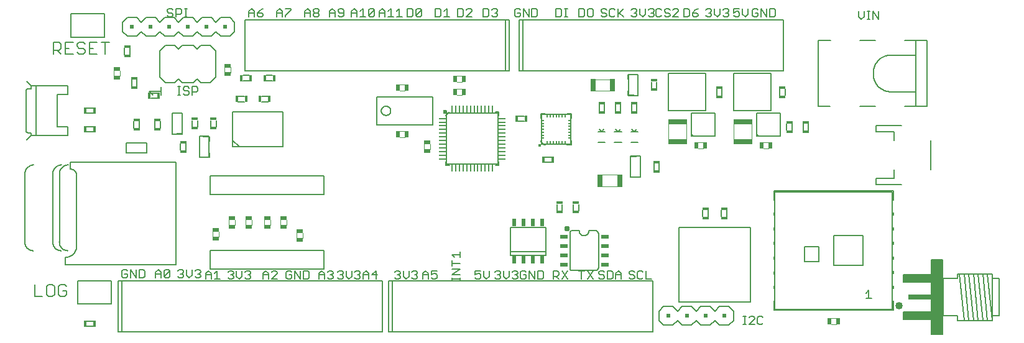
<source format=gto>
G75*
%MOIN*%
%OFA0B0*%
%FSLAX25Y25*%
%IPPOS*%
%LPD*%
%AMOC8*
5,1,8,0,0,1.08239X$1,22.5*
%
%ADD10C,0.00700*%
%ADD11C,0.00500*%
%ADD12C,0.00400*%
%ADD13R,0.10236X0.02953*%
%ADD14R,0.01969X0.03740*%
%ADD15R,0.03740X0.01969*%
%ADD16R,0.02953X0.06693*%
%ADD17C,0.00800*%
%ADD18R,0.01930X0.04331*%
%ADD19C,0.00600*%
%ADD20R,0.02000X0.02000*%
%ADD21R,0.03400X0.01600*%
%ADD22R,0.01600X0.03400*%
%ADD23R,0.04050X0.02000*%
%ADD24R,0.04000X0.02000*%
%ADD25C,0.00010*%
%ADD26R,0.03937X0.00984*%
%ADD27R,0.00984X0.03937*%
%ADD28C,0.02362*%
%ADD29C,0.04000*%
%ADD30R,0.01575X0.00598*%
%ADD31R,0.00598X0.01575*%
%ADD32C,0.01649*%
%ADD33R,0.12500X0.02500*%
D10*
X0006606Y0030850D02*
X0010809Y0030850D01*
X0013051Y0031901D02*
X0014102Y0030850D01*
X0016204Y0030850D01*
X0017255Y0031901D01*
X0017255Y0036104D01*
X0016204Y0037155D01*
X0014102Y0037155D01*
X0013051Y0036104D01*
X0013051Y0031901D01*
X0019497Y0031901D02*
X0020548Y0030850D01*
X0022650Y0030850D01*
X0023700Y0031901D01*
X0023700Y0034003D01*
X0021599Y0034003D01*
X0023700Y0036104D02*
X0022650Y0037155D01*
X0020548Y0037155D01*
X0019497Y0036104D01*
X0019497Y0031901D01*
X0006606Y0030850D02*
X0006606Y0037155D01*
X0016606Y0160850D02*
X0016606Y0167155D01*
X0019759Y0167155D01*
X0020809Y0166104D01*
X0020809Y0164003D01*
X0019759Y0162952D01*
X0016606Y0162952D01*
X0018708Y0162952D02*
X0020809Y0160850D01*
X0023051Y0160850D02*
X0027255Y0160850D01*
X0029497Y0161901D02*
X0030548Y0160850D01*
X0032650Y0160850D01*
X0033700Y0161901D01*
X0033700Y0162952D01*
X0032650Y0164003D01*
X0030548Y0164003D01*
X0029497Y0165054D01*
X0029497Y0166104D01*
X0030548Y0167155D01*
X0032650Y0167155D01*
X0033700Y0166104D01*
X0035942Y0167155D02*
X0035942Y0160850D01*
X0040146Y0160850D01*
X0038044Y0164003D02*
X0035942Y0164003D01*
X0044490Y0160850D02*
X0044490Y0167155D01*
X0046591Y0167155D02*
X0042388Y0167155D01*
X0040146Y0167155D02*
X0035942Y0167155D01*
X0027255Y0167155D02*
X0023051Y0167155D01*
X0023051Y0160850D01*
X0023051Y0164003D02*
X0025153Y0164003D01*
D11*
X0025951Y0169826D02*
X0044061Y0169826D01*
X0044061Y0182424D01*
X0025951Y0182424D01*
X0025951Y0169826D01*
X0073756Y0162500D02*
X0076756Y0165500D01*
X0081756Y0165500D01*
X0083756Y0163500D01*
X0085756Y0165500D01*
X0091756Y0165500D01*
X0093756Y0163500D01*
X0095756Y0165500D01*
X0100756Y0165500D01*
X0103756Y0162500D01*
X0103756Y0148500D01*
X0100756Y0145500D01*
X0095756Y0145500D01*
X0093756Y0147500D01*
X0091756Y0145500D01*
X0085756Y0145500D01*
X0083756Y0147500D01*
X0081756Y0145500D01*
X0076756Y0145500D01*
X0073756Y0148500D01*
X0073756Y0162500D01*
X0078507Y0180750D02*
X0077756Y0181501D01*
X0078507Y0180750D02*
X0080008Y0180750D01*
X0080758Y0181501D01*
X0080758Y0182251D01*
X0080008Y0183002D01*
X0078507Y0183002D01*
X0077756Y0183753D01*
X0077756Y0184503D01*
X0078507Y0185254D01*
X0080008Y0185254D01*
X0080758Y0184503D01*
X0082360Y0185254D02*
X0084612Y0185254D01*
X0085362Y0184503D01*
X0085362Y0183002D01*
X0084612Y0182251D01*
X0082360Y0182251D01*
X0082360Y0180750D02*
X0082360Y0185254D01*
X0086964Y0185254D02*
X0088465Y0185254D01*
X0087714Y0185254D02*
X0087714Y0180750D01*
X0086964Y0180750D02*
X0088465Y0180750D01*
X0119366Y0179280D02*
X0119366Y0151720D01*
X0259130Y0151720D01*
X0259130Y0179280D01*
X0119366Y0179280D01*
X0121506Y0180750D02*
X0121506Y0183753D01*
X0123007Y0185254D01*
X0124508Y0183753D01*
X0124508Y0180750D01*
X0126110Y0181501D02*
X0126860Y0180750D01*
X0128362Y0180750D01*
X0129112Y0181501D01*
X0129112Y0182251D01*
X0128362Y0183002D01*
X0126110Y0183002D01*
X0126110Y0181501D01*
X0126110Y0183002D02*
X0127611Y0184503D01*
X0129112Y0185254D01*
X0124508Y0183002D02*
X0121506Y0183002D01*
X0136506Y0183002D02*
X0139508Y0183002D01*
X0139508Y0183753D02*
X0139508Y0180750D01*
X0141110Y0180750D02*
X0141110Y0181501D01*
X0144112Y0184503D01*
X0144112Y0185254D01*
X0141110Y0185254D01*
X0139508Y0183753D02*
X0138007Y0185254D01*
X0136506Y0183753D01*
X0136506Y0180750D01*
X0151506Y0180750D02*
X0151506Y0183753D01*
X0153007Y0185254D01*
X0154508Y0183753D01*
X0154508Y0180750D01*
X0156110Y0181501D02*
X0156860Y0180750D01*
X0158362Y0180750D01*
X0159112Y0181501D01*
X0159112Y0182251D01*
X0158362Y0183002D01*
X0156860Y0183002D01*
X0156110Y0183753D01*
X0156110Y0184503D01*
X0156860Y0185254D01*
X0158362Y0185254D01*
X0159112Y0184503D01*
X0159112Y0183753D01*
X0158362Y0183002D01*
X0156860Y0183002D02*
X0156110Y0182251D01*
X0156110Y0181501D01*
X0154508Y0183002D02*
X0151506Y0183002D01*
X0164631Y0183002D02*
X0167633Y0183002D01*
X0167633Y0183753D02*
X0167633Y0180750D01*
X0169235Y0181501D02*
X0169985Y0180750D01*
X0171487Y0180750D01*
X0172237Y0181501D01*
X0172237Y0184503D01*
X0171487Y0185254D01*
X0169985Y0185254D01*
X0169235Y0184503D01*
X0169235Y0183753D01*
X0169985Y0183002D01*
X0172237Y0183002D01*
X0176506Y0183002D02*
X0179508Y0183002D01*
X0179508Y0183753D02*
X0179508Y0180750D01*
X0181110Y0180750D02*
X0184112Y0180750D01*
X0182611Y0180750D02*
X0182611Y0185254D01*
X0181110Y0183753D01*
X0179508Y0183753D02*
X0178007Y0185254D01*
X0176506Y0183753D01*
X0176506Y0180750D01*
X0185714Y0181501D02*
X0185714Y0184503D01*
X0186464Y0185254D01*
X0187966Y0185254D01*
X0188716Y0184503D01*
X0185714Y0181501D01*
X0186464Y0180750D01*
X0187966Y0180750D01*
X0188716Y0181501D01*
X0188716Y0184503D01*
X0191506Y0183753D02*
X0193007Y0185254D01*
X0194508Y0183753D01*
X0194508Y0180750D01*
X0196110Y0180750D02*
X0199112Y0180750D01*
X0197611Y0180750D02*
X0197611Y0185254D01*
X0196110Y0183753D01*
X0194508Y0183002D02*
X0191506Y0183002D01*
X0191506Y0183753D02*
X0191506Y0180750D01*
X0200714Y0180750D02*
X0203716Y0180750D01*
X0202215Y0180750D02*
X0202215Y0185254D01*
X0200714Y0183753D01*
X0206506Y0185254D02*
X0208758Y0185254D01*
X0209508Y0184503D01*
X0209508Y0181501D01*
X0208758Y0180750D01*
X0206506Y0180750D01*
X0206506Y0185254D01*
X0211110Y0184503D02*
X0211110Y0181501D01*
X0214112Y0184503D01*
X0214112Y0181501D01*
X0213362Y0180750D01*
X0211860Y0180750D01*
X0211110Y0181501D01*
X0211110Y0184503D02*
X0211860Y0185254D01*
X0213362Y0185254D01*
X0214112Y0184503D01*
X0221506Y0185254D02*
X0223758Y0185254D01*
X0224508Y0184503D01*
X0224508Y0181501D01*
X0223758Y0180750D01*
X0221506Y0180750D01*
X0221506Y0185254D01*
X0226110Y0183753D02*
X0227611Y0185254D01*
X0227611Y0180750D01*
X0226110Y0180750D02*
X0229112Y0180750D01*
X0233381Y0180750D02*
X0235633Y0180750D01*
X0236383Y0181501D01*
X0236383Y0184503D01*
X0235633Y0185254D01*
X0233381Y0185254D01*
X0233381Y0180750D01*
X0237985Y0180750D02*
X0240987Y0183753D01*
X0240987Y0184503D01*
X0240237Y0185254D01*
X0238735Y0185254D01*
X0237985Y0184503D01*
X0237985Y0180750D02*
X0240987Y0180750D01*
X0247131Y0180750D02*
X0249383Y0180750D01*
X0250133Y0181501D01*
X0250133Y0184503D01*
X0249383Y0185254D01*
X0247131Y0185254D01*
X0247131Y0180750D01*
X0251735Y0181501D02*
X0252485Y0180750D01*
X0253987Y0180750D01*
X0254737Y0181501D01*
X0254737Y0182251D01*
X0253987Y0183002D01*
X0253236Y0183002D01*
X0253987Y0183002D02*
X0254737Y0183753D01*
X0254737Y0184503D01*
X0253987Y0185254D01*
X0252485Y0185254D01*
X0251735Y0184503D01*
X0259130Y0179280D02*
X0261098Y0179280D01*
X0261098Y0151720D01*
X0259130Y0151720D01*
X0266413Y0151720D02*
X0268382Y0151720D01*
X0268382Y0179280D01*
X0266413Y0179280D01*
X0266413Y0151720D01*
X0268382Y0151720D02*
X0408146Y0151720D01*
X0408146Y0179280D01*
X0268382Y0179280D01*
X0268610Y0180750D02*
X0268610Y0185254D01*
X0271612Y0180750D01*
X0271612Y0185254D01*
X0273214Y0185254D02*
X0275466Y0185254D01*
X0276216Y0184503D01*
X0276216Y0181501D01*
X0275466Y0180750D01*
X0273214Y0180750D01*
X0273214Y0185254D01*
X0267008Y0184503D02*
X0266258Y0185254D01*
X0264757Y0185254D01*
X0264006Y0184503D01*
X0264006Y0181501D01*
X0264757Y0180750D01*
X0266258Y0180750D01*
X0267008Y0181501D01*
X0267008Y0183002D01*
X0265507Y0183002D01*
X0286193Y0185254D02*
X0286193Y0180750D01*
X0288445Y0180750D01*
X0289196Y0181501D01*
X0289196Y0184503D01*
X0288445Y0185254D01*
X0286193Y0185254D01*
X0290797Y0185254D02*
X0292299Y0185254D01*
X0291548Y0185254D02*
X0291548Y0180750D01*
X0290797Y0180750D02*
X0292299Y0180750D01*
X0298381Y0180750D02*
X0300633Y0180750D01*
X0301383Y0181501D01*
X0301383Y0184503D01*
X0300633Y0185254D01*
X0298381Y0185254D01*
X0298381Y0180750D01*
X0302985Y0181501D02*
X0303735Y0180750D01*
X0305237Y0180750D01*
X0305987Y0181501D01*
X0305987Y0184503D01*
X0305237Y0185254D01*
X0303735Y0185254D01*
X0302985Y0184503D01*
X0302985Y0181501D01*
X0310256Y0181501D02*
X0311007Y0180750D01*
X0312508Y0180750D01*
X0313258Y0181501D01*
X0313258Y0182251D01*
X0312508Y0183002D01*
X0311007Y0183002D01*
X0310256Y0183753D01*
X0310256Y0184503D01*
X0311007Y0185254D01*
X0312508Y0185254D01*
X0313258Y0184503D01*
X0314860Y0184503D02*
X0314860Y0181501D01*
X0315610Y0180750D01*
X0317112Y0180750D01*
X0317862Y0181501D01*
X0319464Y0182251D02*
X0322466Y0185254D01*
X0319464Y0185254D02*
X0319464Y0180750D01*
X0320214Y0183002D02*
X0322466Y0180750D01*
X0326506Y0181501D02*
X0327257Y0180750D01*
X0328758Y0180750D01*
X0329508Y0181501D01*
X0329508Y0182251D01*
X0328758Y0183002D01*
X0328007Y0183002D01*
X0328758Y0183002D02*
X0329508Y0183753D01*
X0329508Y0184503D01*
X0328758Y0185254D01*
X0327257Y0185254D01*
X0326506Y0184503D01*
X0331110Y0185254D02*
X0331110Y0182251D01*
X0332611Y0180750D01*
X0334112Y0182251D01*
X0334112Y0185254D01*
X0335714Y0184503D02*
X0336464Y0185254D01*
X0337966Y0185254D01*
X0338716Y0184503D01*
X0338716Y0183753D01*
X0337966Y0183002D01*
X0338716Y0182251D01*
X0338716Y0181501D01*
X0337966Y0180750D01*
X0336464Y0180750D01*
X0335714Y0181501D01*
X0337215Y0183002D02*
X0337966Y0183002D01*
X0339631Y0184503D02*
X0339631Y0181501D01*
X0340382Y0180750D01*
X0341883Y0180750D01*
X0342633Y0181501D01*
X0344235Y0181501D02*
X0344985Y0180750D01*
X0346487Y0180750D01*
X0347237Y0181501D01*
X0347237Y0182251D01*
X0346487Y0183002D01*
X0344985Y0183002D01*
X0344235Y0183753D01*
X0344235Y0184503D01*
X0344985Y0185254D01*
X0346487Y0185254D01*
X0347237Y0184503D01*
X0348839Y0184503D02*
X0349589Y0185254D01*
X0351091Y0185254D01*
X0351841Y0184503D01*
X0351841Y0183753D01*
X0348839Y0180750D01*
X0351841Y0180750D01*
X0354631Y0180750D02*
X0356883Y0180750D01*
X0357633Y0181501D01*
X0357633Y0184503D01*
X0356883Y0185254D01*
X0354631Y0185254D01*
X0354631Y0180750D01*
X0359235Y0181501D02*
X0359985Y0180750D01*
X0361487Y0180750D01*
X0362237Y0181501D01*
X0362237Y0182251D01*
X0361487Y0183002D01*
X0359235Y0183002D01*
X0359235Y0181501D01*
X0359235Y0183002D02*
X0360736Y0184503D01*
X0362237Y0185254D01*
X0366506Y0184503D02*
X0367257Y0185254D01*
X0368758Y0185254D01*
X0369508Y0184503D01*
X0369508Y0183753D01*
X0368758Y0183002D01*
X0369508Y0182251D01*
X0369508Y0181501D01*
X0368758Y0180750D01*
X0367257Y0180750D01*
X0366506Y0181501D01*
X0368007Y0183002D02*
X0368758Y0183002D01*
X0371110Y0182251D02*
X0372611Y0180750D01*
X0374112Y0182251D01*
X0374112Y0185254D01*
X0375714Y0184503D02*
X0376464Y0185254D01*
X0377966Y0185254D01*
X0378716Y0184503D01*
X0378716Y0183753D01*
X0377966Y0183002D01*
X0378716Y0182251D01*
X0378716Y0181501D01*
X0377966Y0180750D01*
X0376464Y0180750D01*
X0375714Y0181501D01*
X0377215Y0183002D02*
X0377966Y0183002D01*
X0381506Y0183002D02*
X0383007Y0183753D01*
X0383758Y0183753D01*
X0384508Y0183002D01*
X0384508Y0181501D01*
X0383758Y0180750D01*
X0382257Y0180750D01*
X0381506Y0181501D01*
X0381506Y0183002D02*
X0381506Y0185254D01*
X0384508Y0185254D01*
X0386110Y0185254D02*
X0386110Y0182251D01*
X0387611Y0180750D01*
X0389112Y0182251D01*
X0389112Y0185254D01*
X0391506Y0184503D02*
X0391506Y0181501D01*
X0392257Y0180750D01*
X0393758Y0180750D01*
X0394508Y0181501D01*
X0394508Y0183002D01*
X0393007Y0183002D01*
X0391506Y0184503D02*
X0392257Y0185254D01*
X0393758Y0185254D01*
X0394508Y0184503D01*
X0396110Y0185254D02*
X0399112Y0180750D01*
X0399112Y0185254D01*
X0400714Y0185254D02*
X0402966Y0185254D01*
X0403716Y0184503D01*
X0403716Y0181501D01*
X0402966Y0180750D01*
X0400714Y0180750D01*
X0400714Y0185254D01*
X0396110Y0185254D02*
X0396110Y0180750D01*
X0371110Y0182251D02*
X0371110Y0185254D01*
X0342633Y0184503D02*
X0341883Y0185254D01*
X0340382Y0185254D01*
X0339631Y0184503D01*
X0317862Y0184503D02*
X0317112Y0185254D01*
X0315610Y0185254D01*
X0314860Y0184503D01*
X0346256Y0150500D02*
X0346256Y0130500D01*
X0366256Y0130500D01*
X0366256Y0133000D01*
X0366256Y0150500D01*
X0346256Y0150500D01*
X0381256Y0150500D02*
X0381256Y0130500D01*
X0401256Y0130500D01*
X0401256Y0133000D01*
X0401256Y0150500D01*
X0381256Y0150500D01*
X0371256Y0129250D02*
X0358756Y0129250D01*
X0358756Y0117375D01*
X0359381Y0117375D01*
X0359381Y0116750D01*
X0371256Y0116750D01*
X0371256Y0129250D01*
X0393756Y0129250D02*
X0393756Y0117375D01*
X0394381Y0117375D01*
X0394381Y0116750D01*
X0406256Y0116750D01*
X0406256Y0129250D01*
X0393756Y0129250D01*
X0393756Y0117375D02*
X0393756Y0116750D01*
X0394381Y0116750D01*
X0359381Y0116750D02*
X0358756Y0116750D01*
X0358756Y0117375D01*
X0330006Y0119250D02*
X0328131Y0119250D01*
X0326881Y0120500D01*
X0326256Y0119250D02*
X0328131Y0119250D01*
X0329381Y0120500D01*
X0321256Y0119250D02*
X0319381Y0119250D01*
X0318131Y0120500D01*
X0317506Y0119250D02*
X0319381Y0119250D01*
X0320631Y0120500D01*
X0312506Y0119250D02*
X0310631Y0119250D01*
X0309381Y0120500D01*
X0308756Y0119250D02*
X0310631Y0119250D01*
X0311881Y0120500D01*
X0312506Y0113625D02*
X0308756Y0113625D01*
X0317506Y0113625D02*
X0321256Y0113625D01*
X0326256Y0113625D02*
X0330006Y0113625D01*
X0294130Y0112626D02*
X0294130Y0128374D01*
X0278382Y0128374D01*
X0278382Y0112626D01*
X0294130Y0112626D01*
X0220006Y0123000D02*
X0220006Y0138000D01*
X0190006Y0138000D01*
X0190006Y0123000D01*
X0220006Y0123000D01*
X0192506Y0130500D02*
X0192508Y0130599D01*
X0192514Y0130699D01*
X0192524Y0130798D01*
X0192538Y0130896D01*
X0192555Y0130994D01*
X0192577Y0131091D01*
X0192602Y0131187D01*
X0192631Y0131282D01*
X0192664Y0131376D01*
X0192701Y0131468D01*
X0192741Y0131559D01*
X0192785Y0131648D01*
X0192833Y0131736D01*
X0192884Y0131821D01*
X0192938Y0131904D01*
X0192995Y0131986D01*
X0193056Y0132064D01*
X0193120Y0132141D01*
X0193186Y0132214D01*
X0193256Y0132285D01*
X0193328Y0132353D01*
X0193403Y0132419D01*
X0193481Y0132481D01*
X0193561Y0132540D01*
X0193643Y0132596D01*
X0193727Y0132648D01*
X0193814Y0132697D01*
X0193902Y0132743D01*
X0193992Y0132785D01*
X0194084Y0132824D01*
X0194177Y0132859D01*
X0194271Y0132890D01*
X0194367Y0132917D01*
X0194464Y0132940D01*
X0194561Y0132960D01*
X0194659Y0132976D01*
X0194758Y0132988D01*
X0194857Y0132996D01*
X0194956Y0133000D01*
X0195056Y0133000D01*
X0195155Y0132996D01*
X0195254Y0132988D01*
X0195353Y0132976D01*
X0195451Y0132960D01*
X0195548Y0132940D01*
X0195645Y0132917D01*
X0195741Y0132890D01*
X0195835Y0132859D01*
X0195928Y0132824D01*
X0196020Y0132785D01*
X0196110Y0132743D01*
X0196198Y0132697D01*
X0196285Y0132648D01*
X0196369Y0132596D01*
X0196451Y0132540D01*
X0196531Y0132481D01*
X0196609Y0132419D01*
X0196684Y0132353D01*
X0196756Y0132285D01*
X0196826Y0132214D01*
X0196892Y0132141D01*
X0196956Y0132064D01*
X0197017Y0131986D01*
X0197074Y0131904D01*
X0197128Y0131821D01*
X0197179Y0131736D01*
X0197227Y0131648D01*
X0197271Y0131559D01*
X0197311Y0131468D01*
X0197348Y0131376D01*
X0197381Y0131282D01*
X0197410Y0131187D01*
X0197435Y0131091D01*
X0197457Y0130994D01*
X0197474Y0130896D01*
X0197488Y0130798D01*
X0197498Y0130699D01*
X0197504Y0130599D01*
X0197506Y0130500D01*
X0197504Y0130401D01*
X0197498Y0130301D01*
X0197488Y0130202D01*
X0197474Y0130104D01*
X0197457Y0130006D01*
X0197435Y0129909D01*
X0197410Y0129813D01*
X0197381Y0129718D01*
X0197348Y0129624D01*
X0197311Y0129532D01*
X0197271Y0129441D01*
X0197227Y0129352D01*
X0197179Y0129264D01*
X0197128Y0129179D01*
X0197074Y0129096D01*
X0197017Y0129014D01*
X0196956Y0128936D01*
X0196892Y0128859D01*
X0196826Y0128786D01*
X0196756Y0128715D01*
X0196684Y0128647D01*
X0196609Y0128581D01*
X0196531Y0128519D01*
X0196451Y0128460D01*
X0196369Y0128404D01*
X0196285Y0128352D01*
X0196198Y0128303D01*
X0196110Y0128257D01*
X0196020Y0128215D01*
X0195928Y0128176D01*
X0195835Y0128141D01*
X0195741Y0128110D01*
X0195645Y0128083D01*
X0195548Y0128060D01*
X0195451Y0128040D01*
X0195353Y0128024D01*
X0195254Y0128012D01*
X0195155Y0128004D01*
X0195056Y0128000D01*
X0194956Y0128000D01*
X0194857Y0128004D01*
X0194758Y0128012D01*
X0194659Y0128024D01*
X0194561Y0128040D01*
X0194464Y0128060D01*
X0194367Y0128083D01*
X0194271Y0128110D01*
X0194177Y0128141D01*
X0194084Y0128176D01*
X0193992Y0128215D01*
X0193902Y0128257D01*
X0193814Y0128303D01*
X0193727Y0128352D01*
X0193643Y0128404D01*
X0193561Y0128460D01*
X0193481Y0128519D01*
X0193403Y0128581D01*
X0193328Y0128647D01*
X0193256Y0128715D01*
X0193186Y0128786D01*
X0193120Y0128859D01*
X0193056Y0128936D01*
X0192995Y0129014D01*
X0192938Y0129096D01*
X0192884Y0129179D01*
X0192833Y0129264D01*
X0192785Y0129352D01*
X0192741Y0129441D01*
X0192701Y0129532D01*
X0192664Y0129624D01*
X0192631Y0129718D01*
X0192602Y0129813D01*
X0192577Y0129909D01*
X0192555Y0130006D01*
X0192538Y0130104D01*
X0192524Y0130202D01*
X0192514Y0130301D01*
X0192508Y0130401D01*
X0192506Y0130500D01*
X0161650Y0095421D02*
X0159602Y0095421D01*
X0161650Y0095421D02*
X0161650Y0085579D01*
X0149102Y0085579D01*
X0143488Y0085579D02*
X0129024Y0085579D01*
X0123488Y0085579D02*
X0109024Y0085579D01*
X0102909Y0085579D02*
X0100862Y0085579D01*
X0100862Y0095421D01*
X0113409Y0095421D01*
X0119362Y0095421D02*
X0133150Y0095421D01*
X0139362Y0095421D02*
X0153150Y0095421D01*
X0161650Y0095421D02*
X0100862Y0095421D01*
X0100862Y0085579D01*
X0161650Y0085579D01*
X0161650Y0095421D01*
X0082348Y0103000D02*
X0025656Y0103000D01*
X0025656Y0099063D01*
X0024632Y0101425D02*
X0024497Y0101423D01*
X0024362Y0101417D01*
X0024228Y0101408D01*
X0024094Y0101394D01*
X0023960Y0101377D01*
X0023826Y0101356D01*
X0023694Y0101331D01*
X0023562Y0101302D01*
X0023431Y0101270D01*
X0023301Y0101234D01*
X0023172Y0101194D01*
X0023045Y0101150D01*
X0022918Y0101103D01*
X0022793Y0101052D01*
X0022670Y0100998D01*
X0022548Y0100940D01*
X0022427Y0100879D01*
X0022309Y0100814D01*
X0022193Y0100746D01*
X0022078Y0100675D01*
X0021966Y0100601D01*
X0021855Y0100523D01*
X0021747Y0100442D01*
X0021642Y0100358D01*
X0021538Y0100271D01*
X0021438Y0100181D01*
X0021340Y0100089D01*
X0021244Y0099993D01*
X0021152Y0099895D01*
X0021062Y0099795D01*
X0020975Y0099691D01*
X0020891Y0099586D01*
X0020810Y0099478D01*
X0020732Y0099367D01*
X0020658Y0099255D01*
X0020587Y0099140D01*
X0020519Y0099024D01*
X0020454Y0098906D01*
X0020393Y0098785D01*
X0020335Y0098663D01*
X0020281Y0098540D01*
X0020230Y0098415D01*
X0020183Y0098288D01*
X0020139Y0098161D01*
X0020099Y0098032D01*
X0020063Y0097902D01*
X0020031Y0097771D01*
X0020002Y0097639D01*
X0019977Y0097507D01*
X0019956Y0097373D01*
X0019939Y0097239D01*
X0019925Y0097105D01*
X0019916Y0096971D01*
X0019910Y0096836D01*
X0019908Y0096701D01*
X0019907Y0096701D02*
X0019907Y0060480D01*
X0016364Y0060481D02*
X0016355Y0060346D01*
X0016350Y0060210D01*
X0016348Y0060075D01*
X0016350Y0059940D01*
X0016356Y0059804D01*
X0016366Y0059669D01*
X0016380Y0059535D01*
X0016398Y0059400D01*
X0016420Y0059267D01*
X0016445Y0059134D01*
X0016474Y0059001D01*
X0016507Y0058870D01*
X0016543Y0058740D01*
X0016584Y0058611D01*
X0016628Y0058482D01*
X0016675Y0058356D01*
X0016727Y0058230D01*
X0016781Y0058107D01*
X0016840Y0057984D01*
X0016902Y0057864D01*
X0016967Y0057745D01*
X0017035Y0057628D01*
X0017107Y0057514D01*
X0017182Y0057401D01*
X0017261Y0057291D01*
X0017342Y0057182D01*
X0017426Y0057077D01*
X0017514Y0056973D01*
X0017604Y0056872D01*
X0017697Y0056774D01*
X0017793Y0056679D01*
X0017892Y0056586D01*
X0017993Y0056496D01*
X0018097Y0056409D01*
X0018203Y0056325D01*
X0018312Y0056244D01*
X0018423Y0056167D01*
X0018536Y0056092D01*
X0018651Y0056021D01*
X0018768Y0055953D01*
X0018887Y0055888D01*
X0019008Y0055827D01*
X0019130Y0055769D01*
X0019255Y0055715D01*
X0019380Y0055665D01*
X0019507Y0055618D01*
X0019635Y0055574D01*
X0019765Y0055535D01*
X0019895Y0055499D01*
X0020027Y0055466D01*
X0020159Y0055438D01*
X0020292Y0055413D01*
X0020426Y0055393D01*
X0020561Y0055376D01*
X0020695Y0055362D01*
X0022900Y0051819D02*
X0023057Y0051821D01*
X0023214Y0051827D01*
X0023371Y0051837D01*
X0023527Y0051850D01*
X0023683Y0051868D01*
X0023839Y0051889D01*
X0023994Y0051915D01*
X0024148Y0051944D01*
X0024302Y0051977D01*
X0024454Y0052014D01*
X0024606Y0052054D01*
X0024757Y0052099D01*
X0024906Y0052147D01*
X0025054Y0052199D01*
X0025201Y0052254D01*
X0025347Y0052314D01*
X0025491Y0052376D01*
X0025633Y0052443D01*
X0025774Y0052513D01*
X0025913Y0052586D01*
X0026050Y0052663D01*
X0026185Y0052743D01*
X0026317Y0052827D01*
X0026448Y0052914D01*
X0026577Y0053004D01*
X0026703Y0053097D01*
X0026827Y0053193D01*
X0026949Y0053293D01*
X0027068Y0053395D01*
X0027184Y0053501D01*
X0027298Y0053609D01*
X0027409Y0053720D01*
X0027517Y0053834D01*
X0027623Y0053950D01*
X0027725Y0054069D01*
X0027825Y0054191D01*
X0027921Y0054315D01*
X0028014Y0054441D01*
X0028104Y0054570D01*
X0028191Y0054701D01*
X0028275Y0054833D01*
X0028355Y0054969D01*
X0028432Y0055105D01*
X0028505Y0055244D01*
X0028575Y0055385D01*
X0028642Y0055527D01*
X0028704Y0055671D01*
X0028764Y0055817D01*
X0028819Y0055964D01*
X0028871Y0056112D01*
X0028919Y0056261D01*
X0028964Y0056412D01*
X0029004Y0056564D01*
X0029041Y0056716D01*
X0029074Y0056870D01*
X0029103Y0057024D01*
X0029129Y0057179D01*
X0029150Y0057335D01*
X0029168Y0057491D01*
X0029181Y0057647D01*
X0029191Y0057804D01*
X0029197Y0057961D01*
X0029199Y0058118D01*
X0029199Y0096307D01*
X0029198Y0096307D02*
X0029183Y0096416D01*
X0029163Y0096525D01*
X0029140Y0096634D01*
X0029113Y0096741D01*
X0029082Y0096848D01*
X0029048Y0096953D01*
X0029010Y0097057D01*
X0028968Y0097160D01*
X0028923Y0097261D01*
X0028874Y0097360D01*
X0028822Y0097458D01*
X0028766Y0097554D01*
X0028707Y0097647D01*
X0028645Y0097739D01*
X0028580Y0097829D01*
X0028511Y0097916D01*
X0028440Y0098001D01*
X0028366Y0098083D01*
X0028288Y0098162D01*
X0028209Y0098239D01*
X0028126Y0098313D01*
X0028041Y0098384D01*
X0027954Y0098452D01*
X0027864Y0098517D01*
X0027772Y0098579D01*
X0027678Y0098637D01*
X0027582Y0098692D01*
X0027484Y0098744D01*
X0027384Y0098793D01*
X0027283Y0098837D01*
X0027180Y0098879D01*
X0027076Y0098916D01*
X0026970Y0098950D01*
X0026864Y0098981D01*
X0026756Y0099007D01*
X0026648Y0099030D01*
X0026539Y0099049D01*
X0026429Y0099064D01*
X0026319Y0099076D01*
X0026208Y0099083D01*
X0026097Y0099087D01*
X0025987Y0099086D01*
X0025876Y0099082D01*
X0025765Y0099074D01*
X0025655Y0099062D01*
X0021089Y0101425D02*
X0020954Y0101423D01*
X0020819Y0101417D01*
X0020685Y0101408D01*
X0020551Y0101394D01*
X0020417Y0101377D01*
X0020283Y0101356D01*
X0020151Y0101331D01*
X0020019Y0101302D01*
X0019888Y0101270D01*
X0019758Y0101234D01*
X0019629Y0101194D01*
X0019502Y0101150D01*
X0019375Y0101103D01*
X0019250Y0101052D01*
X0019127Y0100998D01*
X0019005Y0100940D01*
X0018884Y0100879D01*
X0018766Y0100814D01*
X0018650Y0100746D01*
X0018535Y0100675D01*
X0018423Y0100601D01*
X0018312Y0100523D01*
X0018204Y0100442D01*
X0018099Y0100358D01*
X0017995Y0100271D01*
X0017895Y0100181D01*
X0017797Y0100089D01*
X0017701Y0099993D01*
X0017609Y0099895D01*
X0017519Y0099795D01*
X0017432Y0099691D01*
X0017348Y0099586D01*
X0017267Y0099478D01*
X0017189Y0099367D01*
X0017115Y0099255D01*
X0017044Y0099140D01*
X0016976Y0099024D01*
X0016911Y0098906D01*
X0016850Y0098785D01*
X0016792Y0098663D01*
X0016738Y0098540D01*
X0016687Y0098415D01*
X0016640Y0098288D01*
X0016596Y0098161D01*
X0016556Y0098032D01*
X0016520Y0097902D01*
X0016488Y0097771D01*
X0016459Y0097639D01*
X0016434Y0097507D01*
X0016413Y0097373D01*
X0016396Y0097239D01*
X0016382Y0097105D01*
X0016373Y0096971D01*
X0016367Y0096836D01*
X0016365Y0096701D01*
X0016364Y0096701D02*
X0016364Y0060480D01*
X0005734Y0055362D02*
X0005600Y0055376D01*
X0005465Y0055393D01*
X0005331Y0055413D01*
X0005198Y0055438D01*
X0005066Y0055466D01*
X0004934Y0055499D01*
X0004804Y0055535D01*
X0004674Y0055574D01*
X0004546Y0055618D01*
X0004419Y0055665D01*
X0004294Y0055715D01*
X0004169Y0055769D01*
X0004047Y0055827D01*
X0003926Y0055888D01*
X0003807Y0055953D01*
X0003690Y0056021D01*
X0003575Y0056092D01*
X0003462Y0056167D01*
X0003351Y0056244D01*
X0003242Y0056325D01*
X0003136Y0056409D01*
X0003032Y0056496D01*
X0002931Y0056586D01*
X0002832Y0056679D01*
X0002736Y0056774D01*
X0002643Y0056872D01*
X0002553Y0056973D01*
X0002465Y0057077D01*
X0002381Y0057182D01*
X0002300Y0057291D01*
X0002221Y0057401D01*
X0002146Y0057514D01*
X0002074Y0057628D01*
X0002006Y0057745D01*
X0001941Y0057864D01*
X0001879Y0057984D01*
X0001820Y0058107D01*
X0001766Y0058230D01*
X0001714Y0058356D01*
X0001667Y0058482D01*
X0001623Y0058611D01*
X0001582Y0058740D01*
X0001546Y0058870D01*
X0001513Y0059001D01*
X0001484Y0059134D01*
X0001459Y0059267D01*
X0001437Y0059400D01*
X0001419Y0059535D01*
X0001405Y0059669D01*
X0001395Y0059804D01*
X0001389Y0059940D01*
X0001387Y0060075D01*
X0001389Y0060210D01*
X0001394Y0060346D01*
X0001403Y0060481D01*
X0001404Y0060480D02*
X0001404Y0096701D01*
X0001406Y0096836D01*
X0001412Y0096971D01*
X0001421Y0097105D01*
X0001435Y0097239D01*
X0001452Y0097373D01*
X0001473Y0097507D01*
X0001498Y0097639D01*
X0001527Y0097771D01*
X0001559Y0097902D01*
X0001595Y0098032D01*
X0001635Y0098161D01*
X0001679Y0098288D01*
X0001726Y0098415D01*
X0001777Y0098540D01*
X0001831Y0098663D01*
X0001889Y0098785D01*
X0001950Y0098906D01*
X0002015Y0099024D01*
X0002083Y0099140D01*
X0002154Y0099255D01*
X0002228Y0099367D01*
X0002306Y0099478D01*
X0002387Y0099586D01*
X0002471Y0099691D01*
X0002558Y0099795D01*
X0002648Y0099895D01*
X0002740Y0099993D01*
X0002836Y0100089D01*
X0002934Y0100181D01*
X0003034Y0100271D01*
X0003138Y0100358D01*
X0003243Y0100442D01*
X0003351Y0100523D01*
X0003462Y0100601D01*
X0003574Y0100675D01*
X0003689Y0100746D01*
X0003805Y0100814D01*
X0003923Y0100879D01*
X0004044Y0100940D01*
X0004166Y0100998D01*
X0004289Y0101052D01*
X0004414Y0101103D01*
X0004541Y0101150D01*
X0004668Y0101194D01*
X0004797Y0101234D01*
X0004927Y0101270D01*
X0005058Y0101302D01*
X0005190Y0101331D01*
X0005322Y0101356D01*
X0005456Y0101377D01*
X0005590Y0101394D01*
X0005724Y0101408D01*
X0005858Y0101417D01*
X0005993Y0101423D01*
X0006128Y0101425D01*
X0007422Y0117114D02*
X0004666Y0117114D01*
X0004666Y0118689D01*
X0002895Y0118689D01*
X0002894Y0118689D02*
X0002835Y0118700D01*
X0002777Y0118715D01*
X0002720Y0118734D01*
X0002664Y0118756D01*
X0002610Y0118782D01*
X0002558Y0118812D01*
X0002507Y0118845D01*
X0002459Y0118880D01*
X0002413Y0118919D01*
X0002370Y0118961D01*
X0002329Y0119005D01*
X0002292Y0119052D01*
X0002257Y0119102D01*
X0002226Y0119153D01*
X0002198Y0119206D01*
X0002174Y0119261D01*
X0002153Y0119318D01*
X0002136Y0119375D01*
X0002122Y0119434D01*
X0002113Y0119493D01*
X0002107Y0119553D01*
X0002105Y0119613D01*
X0002107Y0119673D01*
X0002107Y0141524D01*
X0002118Y0141583D01*
X0002133Y0141641D01*
X0002152Y0141698D01*
X0002174Y0141754D01*
X0002200Y0141808D01*
X0002230Y0141860D01*
X0002263Y0141911D01*
X0002298Y0141959D01*
X0002337Y0142005D01*
X0002379Y0142048D01*
X0002423Y0142089D01*
X0002470Y0142126D01*
X0002520Y0142161D01*
X0002571Y0142192D01*
X0002624Y0142220D01*
X0002679Y0142244D01*
X0002736Y0142265D01*
X0002793Y0142282D01*
X0002852Y0142296D01*
X0002911Y0142305D01*
X0002971Y0142311D01*
X0003031Y0142313D01*
X0003091Y0142311D01*
X0003092Y0142311D02*
X0004666Y0142311D01*
X0004666Y0143886D01*
X0007422Y0143886D01*
X0007422Y0117114D01*
X0024351Y0117114D01*
X0024351Y0121839D01*
X0018840Y0121839D01*
X0018840Y0139161D01*
X0024351Y0139161D01*
X0024351Y0143886D01*
X0007422Y0143886D01*
X0083381Y0143379D02*
X0084882Y0143379D01*
X0084132Y0143379D02*
X0084132Y0138875D01*
X0084882Y0138875D02*
X0083381Y0138875D01*
X0086450Y0139626D02*
X0087201Y0138875D01*
X0088702Y0138875D01*
X0089453Y0139626D01*
X0089453Y0140376D01*
X0088702Y0141127D01*
X0087201Y0141127D01*
X0086450Y0141878D01*
X0086450Y0142628D01*
X0087201Y0143379D01*
X0088702Y0143379D01*
X0089453Y0142628D01*
X0091054Y0143379D02*
X0091054Y0138875D01*
X0091054Y0140376D02*
X0093306Y0140376D01*
X0094057Y0141127D01*
X0094057Y0142628D01*
X0093306Y0143379D01*
X0091054Y0143379D01*
X0164631Y0180750D02*
X0164631Y0183753D01*
X0166132Y0185254D01*
X0167633Y0183753D01*
X0082348Y0103000D02*
X0082348Y0047882D01*
X0022900Y0047882D01*
X0022900Y0051819D01*
X0024238Y0055362D02*
X0024104Y0055376D01*
X0023969Y0055393D01*
X0023835Y0055413D01*
X0023702Y0055438D01*
X0023570Y0055466D01*
X0023438Y0055499D01*
X0023308Y0055535D01*
X0023178Y0055574D01*
X0023050Y0055618D01*
X0022923Y0055665D01*
X0022798Y0055715D01*
X0022673Y0055769D01*
X0022551Y0055827D01*
X0022430Y0055888D01*
X0022311Y0055953D01*
X0022194Y0056021D01*
X0022079Y0056092D01*
X0021966Y0056167D01*
X0021855Y0056244D01*
X0021746Y0056325D01*
X0021640Y0056409D01*
X0021536Y0056496D01*
X0021435Y0056586D01*
X0021336Y0056679D01*
X0021240Y0056774D01*
X0021147Y0056872D01*
X0021057Y0056973D01*
X0020969Y0057077D01*
X0020885Y0057182D01*
X0020804Y0057291D01*
X0020725Y0057401D01*
X0020650Y0057514D01*
X0020578Y0057628D01*
X0020510Y0057745D01*
X0020445Y0057864D01*
X0020383Y0057984D01*
X0020324Y0058107D01*
X0020270Y0058230D01*
X0020218Y0058356D01*
X0020171Y0058482D01*
X0020127Y0058611D01*
X0020086Y0058740D01*
X0020050Y0058870D01*
X0020017Y0059001D01*
X0019988Y0059134D01*
X0019963Y0059267D01*
X0019941Y0059400D01*
X0019923Y0059535D01*
X0019909Y0059669D01*
X0019899Y0059804D01*
X0019893Y0059940D01*
X0019891Y0060075D01*
X0019893Y0060210D01*
X0019898Y0060346D01*
X0019907Y0060481D01*
X0053381Y0044503D02*
X0054132Y0045254D01*
X0055633Y0045254D01*
X0056383Y0044503D01*
X0056383Y0043002D02*
X0054882Y0043002D01*
X0056383Y0043002D02*
X0056383Y0041501D01*
X0055633Y0040750D01*
X0054132Y0040750D01*
X0053381Y0041501D01*
X0053381Y0044503D01*
X0057985Y0045254D02*
X0060987Y0040750D01*
X0060987Y0045254D01*
X0062589Y0045254D02*
X0064841Y0045254D01*
X0065591Y0044503D01*
X0065591Y0041501D01*
X0064841Y0040750D01*
X0062589Y0040750D01*
X0062589Y0045254D01*
X0057985Y0045254D02*
X0057985Y0040750D01*
X0053382Y0039280D02*
X0053382Y0011720D01*
X0193146Y0011720D01*
X0193146Y0039280D01*
X0053382Y0039280D01*
X0051413Y0039280D01*
X0051413Y0011720D01*
X0053382Y0011720D01*
X0047811Y0026701D02*
X0029701Y0026701D01*
X0029701Y0039299D01*
X0047811Y0039299D01*
X0047811Y0026701D01*
X0071506Y0040750D02*
X0071506Y0043753D01*
X0073007Y0045254D01*
X0074508Y0043753D01*
X0074508Y0040750D01*
X0076110Y0041501D02*
X0079112Y0044503D01*
X0079112Y0041501D01*
X0078362Y0040750D01*
X0076860Y0040750D01*
X0076110Y0041501D01*
X0076110Y0044503D01*
X0076860Y0045254D01*
X0078362Y0045254D01*
X0079112Y0044503D01*
X0083381Y0044503D02*
X0084132Y0045254D01*
X0085633Y0045254D01*
X0086383Y0044503D01*
X0086383Y0043753D01*
X0085633Y0043002D01*
X0086383Y0042251D01*
X0086383Y0041501D01*
X0085633Y0040750D01*
X0084132Y0040750D01*
X0083381Y0041501D01*
X0084882Y0043002D02*
X0085633Y0043002D01*
X0087985Y0042251D02*
X0089486Y0040750D01*
X0090987Y0042251D01*
X0090987Y0045254D01*
X0092589Y0044503D02*
X0093339Y0045254D01*
X0094841Y0045254D01*
X0095591Y0044503D01*
X0095591Y0043753D01*
X0094841Y0043002D01*
X0095591Y0042251D01*
X0095591Y0041501D01*
X0094841Y0040750D01*
X0093339Y0040750D01*
X0092589Y0041501D01*
X0094090Y0043002D02*
X0094841Y0043002D01*
X0098381Y0043128D02*
X0099882Y0044629D01*
X0101383Y0043128D01*
X0101383Y0040125D01*
X0102985Y0040125D02*
X0105987Y0040125D01*
X0104486Y0040125D02*
X0104486Y0044629D01*
X0102985Y0043128D01*
X0101383Y0042377D02*
X0098381Y0042377D01*
X0098381Y0043128D02*
X0098381Y0040125D01*
X0087985Y0042251D02*
X0087985Y0045254D01*
X0100862Y0045579D02*
X0102909Y0045579D01*
X0100862Y0045579D02*
X0100862Y0055421D01*
X0113409Y0055421D01*
X0119362Y0055421D02*
X0133150Y0055421D01*
X0139362Y0055421D02*
X0153150Y0055421D01*
X0159602Y0055421D02*
X0161650Y0055421D01*
X0161650Y0045579D01*
X0149102Y0045579D01*
X0149112Y0044629D02*
X0149112Y0040125D01*
X0146110Y0044629D01*
X0146110Y0040125D01*
X0144508Y0040876D02*
X0143758Y0040125D01*
X0142257Y0040125D01*
X0141506Y0040876D01*
X0141506Y0043878D01*
X0142257Y0044629D01*
X0143758Y0044629D01*
X0144508Y0043878D01*
X0144508Y0042377D02*
X0143007Y0042377D01*
X0144508Y0042377D02*
X0144508Y0040876D01*
X0150714Y0040125D02*
X0152966Y0040125D01*
X0153716Y0040876D01*
X0153716Y0043878D01*
X0152966Y0044629D01*
X0150714Y0044629D01*
X0150714Y0040125D01*
X0159006Y0040125D02*
X0159006Y0043128D01*
X0160507Y0044629D01*
X0162008Y0043128D01*
X0162008Y0040125D01*
X0163610Y0040876D02*
X0164360Y0040125D01*
X0165862Y0040125D01*
X0166612Y0040876D01*
X0166612Y0041626D01*
X0165862Y0042377D01*
X0165111Y0042377D01*
X0165862Y0042377D02*
X0166612Y0043128D01*
X0166612Y0043878D01*
X0165862Y0044629D01*
X0164360Y0044629D01*
X0163610Y0043878D01*
X0162008Y0042377D02*
X0159006Y0042377D01*
X0161650Y0045579D02*
X0161650Y0055421D01*
X0100862Y0055421D01*
X0100862Y0045579D01*
X0161650Y0045579D01*
X0169006Y0043878D02*
X0169757Y0044629D01*
X0171258Y0044629D01*
X0172008Y0043878D01*
X0172008Y0043128D01*
X0171258Y0042377D01*
X0172008Y0041626D01*
X0172008Y0040876D01*
X0171258Y0040125D01*
X0169757Y0040125D01*
X0169006Y0040876D01*
X0170507Y0042377D02*
X0171258Y0042377D01*
X0173610Y0041626D02*
X0175111Y0040125D01*
X0176612Y0041626D01*
X0176612Y0044629D01*
X0178214Y0043878D02*
X0178964Y0044629D01*
X0180466Y0044629D01*
X0181216Y0043878D01*
X0181216Y0043128D01*
X0180466Y0042377D01*
X0181216Y0041626D01*
X0181216Y0040876D01*
X0180466Y0040125D01*
X0178964Y0040125D01*
X0178214Y0040876D01*
X0179715Y0042377D02*
X0180466Y0042377D01*
X0182756Y0042377D02*
X0185758Y0042377D01*
X0185758Y0043128D02*
X0185758Y0040125D01*
X0187360Y0042377D02*
X0190362Y0042377D01*
X0189612Y0040125D02*
X0189612Y0044629D01*
X0187360Y0042377D01*
X0185758Y0043128D02*
X0184257Y0044629D01*
X0182756Y0043128D01*
X0182756Y0040125D01*
X0173610Y0041626D02*
X0173610Y0044629D01*
X0196413Y0039280D02*
X0198382Y0039280D01*
X0198382Y0011720D01*
X0338146Y0011720D01*
X0338146Y0039280D01*
X0198382Y0039280D01*
X0196413Y0039280D02*
X0196413Y0011720D01*
X0198382Y0011720D01*
X0200382Y0040125D02*
X0199631Y0040876D01*
X0200382Y0040125D02*
X0201883Y0040125D01*
X0202633Y0040876D01*
X0202633Y0041626D01*
X0201883Y0042377D01*
X0201132Y0042377D01*
X0201883Y0042377D02*
X0202633Y0043128D01*
X0202633Y0043878D01*
X0201883Y0044629D01*
X0200382Y0044629D01*
X0199631Y0043878D01*
X0204235Y0044629D02*
X0204235Y0041626D01*
X0205736Y0040125D01*
X0207237Y0041626D01*
X0207237Y0044629D01*
X0208839Y0043878D02*
X0209589Y0044629D01*
X0211091Y0044629D01*
X0211841Y0043878D01*
X0211841Y0043128D01*
X0211091Y0042377D01*
X0211841Y0041626D01*
X0211841Y0040876D01*
X0211091Y0040125D01*
X0209589Y0040125D01*
X0208839Y0040876D01*
X0210340Y0042377D02*
X0211091Y0042377D01*
X0214631Y0042377D02*
X0217633Y0042377D01*
X0217633Y0043128D02*
X0216132Y0044629D01*
X0214631Y0043128D01*
X0214631Y0040125D01*
X0217633Y0040125D02*
X0217633Y0043128D01*
X0219235Y0042377D02*
X0220736Y0043128D01*
X0221487Y0043128D01*
X0222237Y0042377D01*
X0222237Y0040876D01*
X0221487Y0040125D01*
X0219985Y0040125D01*
X0219235Y0040876D01*
X0219235Y0042377D02*
X0219235Y0044629D01*
X0222237Y0044629D01*
X0230252Y0045572D02*
X0234756Y0045572D01*
X0230252Y0042569D01*
X0234756Y0042569D01*
X0234756Y0041001D02*
X0234756Y0039500D01*
X0234756Y0040251D02*
X0230252Y0040251D01*
X0230252Y0041001D02*
X0230252Y0039500D01*
X0242756Y0040876D02*
X0243507Y0040125D01*
X0245008Y0040125D01*
X0245758Y0040876D01*
X0245758Y0042377D01*
X0245008Y0043128D01*
X0244257Y0043128D01*
X0242756Y0042377D01*
X0242756Y0044629D01*
X0245758Y0044629D01*
X0247360Y0044629D02*
X0247360Y0041626D01*
X0248861Y0040125D01*
X0250362Y0041626D01*
X0250362Y0044629D01*
X0253381Y0043878D02*
X0254132Y0044629D01*
X0255633Y0044629D01*
X0256383Y0043878D01*
X0256383Y0043128D01*
X0255633Y0042377D01*
X0256383Y0041626D01*
X0256383Y0040876D01*
X0255633Y0040125D01*
X0254132Y0040125D01*
X0253381Y0040876D01*
X0254882Y0042377D02*
X0255633Y0042377D01*
X0257985Y0041626D02*
X0259486Y0040125D01*
X0260987Y0041626D01*
X0260987Y0044629D01*
X0262589Y0043878D02*
X0263339Y0044629D01*
X0264841Y0044629D01*
X0265591Y0043878D01*
X0265591Y0043128D01*
X0264841Y0042377D01*
X0265591Y0041626D01*
X0265591Y0040876D01*
X0264841Y0040125D01*
X0263339Y0040125D01*
X0262589Y0040876D01*
X0264090Y0042377D02*
X0264841Y0042377D01*
X0267131Y0043878D02*
X0267131Y0040876D01*
X0267882Y0040125D01*
X0269383Y0040125D01*
X0270133Y0040876D01*
X0270133Y0042377D01*
X0268632Y0042377D01*
X0267131Y0043878D02*
X0267882Y0044629D01*
X0269383Y0044629D01*
X0270133Y0043878D01*
X0271735Y0044629D02*
X0274737Y0040125D01*
X0274737Y0044629D01*
X0276339Y0044629D02*
X0278591Y0044629D01*
X0279341Y0043878D01*
X0279341Y0040876D01*
X0278591Y0040125D01*
X0276339Y0040125D01*
X0276339Y0044629D01*
X0271735Y0044629D02*
X0271735Y0040125D01*
X0284631Y0040125D02*
X0284631Y0044629D01*
X0286883Y0044629D01*
X0287633Y0043878D01*
X0287633Y0042377D01*
X0286883Y0041626D01*
X0284631Y0041626D01*
X0286132Y0041626D02*
X0287633Y0040125D01*
X0289235Y0040125D02*
X0292237Y0044629D01*
X0289235Y0044629D02*
X0292237Y0040125D01*
X0299882Y0040125D02*
X0299882Y0044629D01*
X0298381Y0044629D02*
X0301383Y0044629D01*
X0302985Y0044629D02*
X0305987Y0040125D01*
X0302985Y0040125D02*
X0305987Y0044629D01*
X0309006Y0043878D02*
X0309006Y0043128D01*
X0309757Y0042377D01*
X0311258Y0042377D01*
X0312008Y0041626D01*
X0312008Y0040876D01*
X0311258Y0040125D01*
X0309757Y0040125D01*
X0309006Y0040876D01*
X0309006Y0043878D02*
X0309757Y0044629D01*
X0311258Y0044629D01*
X0312008Y0043878D01*
X0313610Y0044629D02*
X0315862Y0044629D01*
X0316612Y0043878D01*
X0316612Y0040876D01*
X0315862Y0040125D01*
X0313610Y0040125D01*
X0313610Y0044629D01*
X0318214Y0043128D02*
X0319715Y0044629D01*
X0321216Y0043128D01*
X0321216Y0040125D01*
X0321216Y0042377D02*
X0318214Y0042377D01*
X0318214Y0043128D02*
X0318214Y0040125D01*
X0325256Y0040876D02*
X0326007Y0040125D01*
X0327508Y0040125D01*
X0328258Y0040876D01*
X0328258Y0041626D01*
X0327508Y0042377D01*
X0326007Y0042377D01*
X0325256Y0043128D01*
X0325256Y0043878D01*
X0326007Y0044629D01*
X0327508Y0044629D01*
X0328258Y0043878D01*
X0329860Y0043878D02*
X0329860Y0040876D01*
X0330610Y0040125D01*
X0332112Y0040125D01*
X0332862Y0040876D01*
X0334464Y0040125D02*
X0337466Y0040125D01*
X0334464Y0040125D02*
X0334464Y0044629D01*
X0332862Y0043878D02*
X0332112Y0044629D01*
X0330610Y0044629D01*
X0329860Y0043878D01*
X0352161Y0028000D02*
X0352161Y0068000D01*
X0390350Y0068000D01*
X0390350Y0028000D01*
X0352161Y0028000D01*
X0386506Y0020254D02*
X0388007Y0020254D01*
X0387257Y0020254D02*
X0387257Y0015750D01*
X0388007Y0015750D02*
X0386506Y0015750D01*
X0389575Y0015750D02*
X0392578Y0018753D01*
X0392578Y0019503D01*
X0391827Y0020254D01*
X0390326Y0020254D01*
X0389575Y0019503D01*
X0394179Y0019503D02*
X0394179Y0016501D01*
X0394930Y0015750D01*
X0396431Y0015750D01*
X0397182Y0016501D01*
X0392578Y0015750D02*
X0389575Y0015750D01*
X0394179Y0019503D02*
X0394930Y0020254D01*
X0396431Y0020254D01*
X0397182Y0019503D01*
X0403510Y0024004D02*
X0466502Y0024004D01*
X0466502Y0086996D01*
X0403510Y0086996D01*
X0403510Y0024004D01*
X0472506Y0022500D02*
X0472506Y0018500D01*
X0493506Y0018500D01*
X0493506Y0042500D01*
X0472506Y0042500D01*
X0472506Y0038500D01*
X0487506Y0038500D01*
X0487506Y0022500D01*
X0472506Y0022500D01*
X0472506Y0022464D02*
X0493506Y0022464D01*
X0487506Y0022464D01*
X0487506Y0021966D02*
X0493506Y0021966D01*
X0472506Y0021966D01*
X0472506Y0021467D02*
X0493506Y0021467D01*
X0487506Y0021467D01*
X0487506Y0020969D02*
X0493506Y0020969D01*
X0472506Y0020969D01*
X0472506Y0020470D02*
X0493506Y0020470D01*
X0487506Y0020470D01*
X0487506Y0019972D02*
X0493506Y0019972D01*
X0472506Y0019972D01*
X0472506Y0019473D02*
X0493506Y0019473D01*
X0487506Y0019473D01*
X0487506Y0018975D02*
X0493506Y0018975D01*
X0472506Y0018975D01*
X0487506Y0018476D02*
X0493506Y0018476D01*
X0493506Y0017978D02*
X0487506Y0017978D01*
X0487506Y0017479D02*
X0493506Y0017479D01*
X0493506Y0016981D02*
X0487506Y0016981D01*
X0487506Y0016482D02*
X0493506Y0016482D01*
X0493506Y0015984D02*
X0487506Y0015984D01*
X0487506Y0015485D02*
X0493506Y0015485D01*
X0493506Y0014987D02*
X0487506Y0014987D01*
X0487506Y0014488D02*
X0493506Y0014488D01*
X0493506Y0013990D02*
X0487506Y0013990D01*
X0487506Y0013491D02*
X0493506Y0013491D01*
X0493506Y0012993D02*
X0487506Y0012993D01*
X0487506Y0012494D02*
X0493506Y0012494D01*
X0493506Y0011996D02*
X0487506Y0011996D01*
X0487506Y0011497D02*
X0493506Y0011497D01*
X0493506Y0010999D02*
X0487506Y0010999D01*
X0487506Y0010500D02*
X0493506Y0010500D01*
X0493506Y0050500D01*
X0487506Y0050500D01*
X0487506Y0010500D01*
X0493506Y0010500D01*
X0493506Y0022963D02*
X0487506Y0022963D01*
X0493506Y0022963D01*
X0493506Y0023461D02*
X0487506Y0023461D01*
X0493506Y0023461D01*
X0493506Y0023960D02*
X0487506Y0023960D01*
X0493506Y0023960D01*
X0493506Y0024458D02*
X0487506Y0024458D01*
X0493506Y0024458D01*
X0493506Y0024957D02*
X0487506Y0024957D01*
X0493506Y0024957D01*
X0493506Y0025455D02*
X0487506Y0025455D01*
X0493506Y0025455D01*
X0493506Y0025954D02*
X0487506Y0025954D01*
X0493506Y0025954D01*
X0493506Y0026452D02*
X0487506Y0026452D01*
X0493506Y0026452D01*
X0493506Y0026951D02*
X0487506Y0026951D01*
X0493506Y0026951D01*
X0493506Y0027449D02*
X0487506Y0027449D01*
X0493506Y0027449D01*
X0493506Y0027948D02*
X0487506Y0027948D01*
X0493506Y0027948D01*
X0493506Y0028446D02*
X0487506Y0028446D01*
X0493506Y0028446D01*
X0493506Y0028945D02*
X0487506Y0028945D01*
X0493506Y0028945D01*
X0493506Y0029443D02*
X0487506Y0029443D01*
X0493506Y0029443D01*
X0493506Y0029942D02*
X0487506Y0029942D01*
X0493506Y0029942D01*
X0493506Y0030440D02*
X0487506Y0030440D01*
X0493506Y0030440D01*
X0493506Y0030939D02*
X0487506Y0030939D01*
X0493506Y0030939D01*
X0493506Y0031437D02*
X0487506Y0031437D01*
X0493506Y0031437D01*
X0493506Y0031936D02*
X0487506Y0031936D01*
X0493506Y0031936D01*
X0493506Y0032434D02*
X0487506Y0032434D01*
X0493506Y0032434D01*
X0493506Y0032933D02*
X0487506Y0032933D01*
X0493506Y0032933D01*
X0493506Y0033432D02*
X0487506Y0033432D01*
X0493506Y0033432D01*
X0493506Y0033930D02*
X0487506Y0033930D01*
X0493506Y0033930D01*
X0493506Y0034429D02*
X0487506Y0034429D01*
X0493506Y0034429D01*
X0493506Y0034927D02*
X0487506Y0034927D01*
X0493506Y0034927D01*
X0493506Y0035426D02*
X0487506Y0035426D01*
X0493506Y0035426D01*
X0493506Y0035924D02*
X0487506Y0035924D01*
X0493506Y0035924D01*
X0493506Y0036423D02*
X0487506Y0036423D01*
X0493506Y0036423D01*
X0493506Y0036921D02*
X0487506Y0036921D01*
X0493506Y0036921D01*
X0493506Y0037420D02*
X0487506Y0037420D01*
X0493506Y0037420D01*
X0493506Y0037918D02*
X0487506Y0037918D01*
X0493506Y0037918D01*
X0493506Y0038417D02*
X0487506Y0038417D01*
X0493506Y0038417D01*
X0493506Y0038915D02*
X0487506Y0038915D01*
X0487506Y0039414D02*
X0493506Y0039414D01*
X0472506Y0039414D01*
X0472506Y0039912D02*
X0493506Y0039912D01*
X0487506Y0039912D01*
X0487506Y0040411D02*
X0493506Y0040411D01*
X0472506Y0040411D01*
X0472506Y0040909D02*
X0493506Y0040909D01*
X0487506Y0040909D01*
X0487506Y0041408D02*
X0493506Y0041408D01*
X0472506Y0041408D01*
X0472506Y0041906D02*
X0493506Y0041906D01*
X0487506Y0041906D01*
X0487506Y0042405D02*
X0493506Y0042405D01*
X0472506Y0042405D01*
X0472506Y0038915D02*
X0493506Y0038915D01*
X0493506Y0042903D02*
X0487506Y0042903D01*
X0487506Y0043402D02*
X0493506Y0043402D01*
X0493506Y0043900D02*
X0487506Y0043900D01*
X0487506Y0044399D02*
X0493506Y0044399D01*
X0493506Y0044897D02*
X0487506Y0044897D01*
X0487506Y0045396D02*
X0493506Y0045396D01*
X0493506Y0045894D02*
X0487506Y0045894D01*
X0487506Y0046393D02*
X0493506Y0046393D01*
X0493506Y0046891D02*
X0487506Y0046891D01*
X0487506Y0047390D02*
X0493506Y0047390D01*
X0493506Y0047888D02*
X0487506Y0047888D01*
X0487506Y0048387D02*
X0493506Y0048387D01*
X0493506Y0048885D02*
X0487506Y0048885D01*
X0487506Y0049384D02*
X0493506Y0049384D01*
X0493506Y0049882D02*
X0487506Y0049882D01*
X0487506Y0050381D02*
X0493506Y0050381D01*
X0257985Y0044629D02*
X0257985Y0041626D01*
X0234756Y0048674D02*
X0230252Y0048674D01*
X0230252Y0047173D02*
X0230252Y0050176D01*
X0231753Y0051777D02*
X0230252Y0053278D01*
X0234756Y0053278D01*
X0234756Y0051777D02*
X0234756Y0054780D01*
X0143488Y0045579D02*
X0129024Y0045579D01*
X0130507Y0044629D02*
X0132008Y0043128D01*
X0132008Y0040125D01*
X0133610Y0040125D02*
X0136612Y0043128D01*
X0136612Y0043878D01*
X0135862Y0044629D01*
X0134360Y0044629D01*
X0133610Y0043878D01*
X0132008Y0042377D02*
X0129006Y0042377D01*
X0129006Y0043128D02*
X0129006Y0040125D01*
X0133610Y0040125D02*
X0136612Y0040125D01*
X0130507Y0044629D02*
X0129006Y0043128D01*
X0123488Y0045579D02*
X0109024Y0045579D01*
X0110256Y0043878D02*
X0111007Y0044629D01*
X0112508Y0044629D01*
X0113258Y0043878D01*
X0113258Y0043128D01*
X0112508Y0042377D01*
X0113258Y0041626D01*
X0113258Y0040876D01*
X0112508Y0040125D01*
X0111007Y0040125D01*
X0110256Y0040876D01*
X0111757Y0042377D02*
X0112508Y0042377D01*
X0114860Y0041626D02*
X0116361Y0040125D01*
X0117862Y0041626D01*
X0117862Y0044629D01*
X0119464Y0043878D02*
X0120214Y0044629D01*
X0121716Y0044629D01*
X0122466Y0043878D01*
X0122466Y0043128D01*
X0121716Y0042377D01*
X0122466Y0041626D01*
X0122466Y0040876D01*
X0121716Y0040125D01*
X0120214Y0040125D01*
X0119464Y0040876D01*
X0120965Y0042377D02*
X0121716Y0042377D01*
X0114860Y0041626D02*
X0114860Y0044629D01*
X0074508Y0043002D02*
X0071506Y0043002D01*
X0448381Y0181001D02*
X0449882Y0179500D01*
X0451383Y0181001D01*
X0451383Y0184004D01*
X0452985Y0184004D02*
X0454486Y0184004D01*
X0453735Y0184004D02*
X0453735Y0179500D01*
X0452985Y0179500D02*
X0454486Y0179500D01*
X0456054Y0179500D02*
X0456054Y0184004D01*
X0459057Y0179500D01*
X0459057Y0184004D01*
X0448381Y0184004D02*
X0448381Y0181001D01*
D12*
X0315055Y0147348D02*
X0307457Y0147348D01*
X0307457Y0141152D02*
X0315055Y0141152D01*
X0346356Y0123050D02*
X0346356Y0115450D01*
X0356156Y0115450D02*
X0356156Y0123050D01*
X0362354Y0113400D02*
X0365157Y0113400D01*
X0365157Y0110049D02*
X0362354Y0110049D01*
X0381356Y0115450D02*
X0381356Y0123050D01*
X0391156Y0123050D02*
X0391156Y0115450D01*
X0397354Y0113400D02*
X0400157Y0113400D01*
X0400157Y0110049D02*
X0397354Y0110049D01*
X0318805Y0096098D02*
X0311207Y0096098D01*
X0311207Y0089902D02*
X0318805Y0089902D01*
X0218582Y0109723D02*
X0218582Y0112527D01*
X0215231Y0112527D02*
X0215231Y0109723D01*
X0205157Y0116299D02*
X0202354Y0116299D01*
X0202354Y0119650D02*
X0205157Y0119650D01*
X0232979Y0138850D02*
X0235782Y0138850D01*
X0235782Y0142201D02*
X0232979Y0142201D01*
X0232979Y0145725D02*
X0235782Y0145725D01*
X0235782Y0149076D02*
X0232979Y0149076D01*
X0205157Y0144650D02*
X0202354Y0144650D01*
X0202354Y0141299D02*
X0205157Y0141299D01*
X0111656Y0150973D02*
X0111656Y0153777D01*
X0108305Y0153777D02*
X0108305Y0150973D01*
X0052281Y0151902D02*
X0052281Y0149098D01*
X0048930Y0149098D02*
X0048930Y0151902D01*
X0110856Y0071902D02*
X0110856Y0069098D01*
X0114207Y0069098D02*
X0114207Y0071902D01*
X0119606Y0071902D02*
X0119606Y0069098D01*
X0122957Y0069098D02*
X0122957Y0071902D01*
X0129606Y0071902D02*
X0129606Y0069098D01*
X0132957Y0069098D02*
X0132957Y0071902D01*
X0138356Y0071902D02*
X0138356Y0069098D01*
X0141707Y0069098D02*
X0141707Y0071902D01*
X0147106Y0065027D02*
X0147106Y0062223D01*
X0150457Y0062223D02*
X0150457Y0065027D01*
X0105457Y0065652D02*
X0105457Y0062848D01*
X0102106Y0062848D02*
X0102106Y0065652D01*
X0433604Y0019076D02*
X0436407Y0019076D01*
X0436407Y0015725D02*
X0433604Y0015725D01*
D13*
X0386238Y0114027D03*
X0386274Y0124473D03*
X0351274Y0124473D03*
X0351238Y0114027D03*
D14*
X0361471Y0111730D03*
X0366071Y0111730D03*
X0396471Y0111730D03*
X0401071Y0111730D03*
X0236665Y0140520D03*
X0232065Y0140520D03*
X0232065Y0147395D03*
X0236665Y0147395D03*
X0206071Y0142980D03*
X0201471Y0142980D03*
X0201471Y0117980D03*
X0206071Y0117980D03*
X0432690Y0017395D03*
X0437290Y0017395D03*
D15*
X0216901Y0108841D03*
X0216901Y0113441D03*
X0140026Y0072816D03*
X0131276Y0072816D03*
X0131276Y0068216D03*
X0140026Y0068216D03*
X0148776Y0065941D03*
X0148776Y0061341D03*
X0121276Y0068216D03*
X0121276Y0072816D03*
X0112526Y0072816D03*
X0112526Y0068216D03*
X0103776Y0066566D03*
X0103776Y0061966D03*
X0050611Y0148184D03*
X0050611Y0152784D03*
X0109986Y0154659D03*
X0109986Y0150059D03*
D16*
X0306032Y0144246D03*
X0316479Y0144254D03*
X0320229Y0093004D03*
X0309782Y0092996D03*
D17*
X0326000Y0094988D02*
X0329150Y0094988D01*
X0326000Y0094988D02*
X0326000Y0097350D01*
X0326000Y0103650D02*
X0326000Y0106012D01*
X0329150Y0106012D01*
X0294524Y0112232D02*
X0294524Y0114594D01*
X0294524Y0112232D02*
X0292161Y0112232D01*
X0280350Y0112232D02*
X0279563Y0112232D01*
X0277988Y0113807D01*
X0277988Y0114594D01*
X0277988Y0126406D02*
X0277988Y0128768D01*
X0280350Y0128768D01*
X0292161Y0128768D02*
X0294524Y0128768D01*
X0294524Y0126406D01*
X0324750Y0138738D02*
X0327900Y0138738D01*
X0324750Y0138738D02*
X0324750Y0141100D01*
X0324750Y0147400D02*
X0324750Y0149762D01*
X0327900Y0149762D01*
X0255535Y0129780D02*
X0255535Y0127811D01*
X0255535Y0129780D02*
X0253567Y0129780D01*
X0228945Y0129780D02*
X0226976Y0127811D01*
X0226976Y0103189D02*
X0226976Y0101220D01*
X0228945Y0101220D01*
X0253567Y0101220D02*
X0255535Y0101220D01*
X0255535Y0103189D01*
X0261807Y0067980D02*
X0280705Y0067980D01*
X0280705Y0054988D01*
X0261807Y0054988D01*
X0261807Y0067980D01*
X0261807Y0054988D02*
X0261807Y0053020D01*
X0280705Y0053020D01*
X0280705Y0054988D01*
X0293593Y0045906D02*
X0293593Y0064700D01*
X0293594Y0064700D02*
X0293585Y0064770D01*
X0293580Y0064842D01*
X0293579Y0064913D01*
X0293582Y0064984D01*
X0293589Y0065055D01*
X0293599Y0065126D01*
X0293613Y0065196D01*
X0293631Y0065265D01*
X0293653Y0065333D01*
X0293679Y0065400D01*
X0293708Y0065465D01*
X0293740Y0065528D01*
X0293776Y0065590D01*
X0293815Y0065650D01*
X0293858Y0065707D01*
X0293903Y0065762D01*
X0293951Y0065815D01*
X0294003Y0065865D01*
X0294056Y0065912D01*
X0294112Y0065956D01*
X0294171Y0065996D01*
X0294232Y0066034D01*
X0294294Y0066068D01*
X0294358Y0066099D01*
X0294424Y0066127D01*
X0294492Y0066150D01*
X0294560Y0066170D01*
X0294630Y0066187D01*
X0294700Y0066199D01*
X0294700Y0066200D02*
X0298656Y0066200D01*
X0298656Y0066000D02*
X0298658Y0065902D01*
X0298664Y0065804D01*
X0298673Y0065706D01*
X0298687Y0065609D01*
X0298704Y0065512D01*
X0298725Y0065416D01*
X0298750Y0065321D01*
X0298778Y0065227D01*
X0298811Y0065135D01*
X0298846Y0065043D01*
X0298886Y0064953D01*
X0298928Y0064865D01*
X0298975Y0064778D01*
X0299024Y0064694D01*
X0299077Y0064611D01*
X0299133Y0064531D01*
X0299193Y0064452D01*
X0299255Y0064376D01*
X0299320Y0064303D01*
X0299388Y0064232D01*
X0299459Y0064164D01*
X0299532Y0064099D01*
X0299608Y0064037D01*
X0299687Y0063977D01*
X0299767Y0063921D01*
X0299850Y0063868D01*
X0299934Y0063819D01*
X0300021Y0063772D01*
X0300109Y0063730D01*
X0300199Y0063690D01*
X0300291Y0063655D01*
X0300383Y0063622D01*
X0300477Y0063594D01*
X0300572Y0063569D01*
X0300668Y0063548D01*
X0300765Y0063531D01*
X0300862Y0063517D01*
X0300960Y0063508D01*
X0301058Y0063502D01*
X0301156Y0063500D01*
X0301254Y0063502D01*
X0301352Y0063508D01*
X0301450Y0063517D01*
X0301547Y0063531D01*
X0301644Y0063548D01*
X0301740Y0063569D01*
X0301835Y0063594D01*
X0301929Y0063622D01*
X0302021Y0063655D01*
X0302113Y0063690D01*
X0302203Y0063730D01*
X0302291Y0063772D01*
X0302378Y0063819D01*
X0302462Y0063868D01*
X0302545Y0063921D01*
X0302625Y0063977D01*
X0302704Y0064037D01*
X0302780Y0064099D01*
X0302853Y0064164D01*
X0302924Y0064232D01*
X0302992Y0064303D01*
X0303057Y0064376D01*
X0303119Y0064452D01*
X0303179Y0064531D01*
X0303235Y0064611D01*
X0303288Y0064694D01*
X0303337Y0064778D01*
X0303384Y0064865D01*
X0303426Y0064953D01*
X0303466Y0065043D01*
X0303501Y0065135D01*
X0303534Y0065227D01*
X0303562Y0065321D01*
X0303587Y0065416D01*
X0303608Y0065512D01*
X0303625Y0065609D01*
X0303639Y0065706D01*
X0303648Y0065804D01*
X0303654Y0065902D01*
X0303656Y0066000D01*
X0303656Y0066200D02*
X0306975Y0066200D01*
X0307025Y0066201D02*
X0307106Y0066208D01*
X0307187Y0066212D01*
X0307268Y0066211D01*
X0307350Y0066207D01*
X0307430Y0066199D01*
X0307511Y0066187D01*
X0307591Y0066172D01*
X0307670Y0066152D01*
X0307748Y0066129D01*
X0307824Y0066102D01*
X0307900Y0066072D01*
X0307974Y0066038D01*
X0308046Y0066000D01*
X0308116Y0065959D01*
X0308184Y0065915D01*
X0308250Y0065868D01*
X0308314Y0065817D01*
X0308375Y0065764D01*
X0308434Y0065707D01*
X0308490Y0065648D01*
X0308543Y0065587D01*
X0308593Y0065523D01*
X0308640Y0065456D01*
X0308684Y0065388D01*
X0308724Y0065317D01*
X0308761Y0065245D01*
X0308795Y0065171D01*
X0308824Y0065095D01*
X0308851Y0065018D01*
X0308873Y0064940D01*
X0308892Y0064861D01*
X0308907Y0064781D01*
X0308919Y0064700D01*
X0308919Y0046300D01*
X0308917Y0046224D01*
X0308911Y0046149D01*
X0308902Y0046073D01*
X0308888Y0045998D01*
X0308871Y0045924D01*
X0308850Y0045851D01*
X0308826Y0045779D01*
X0308798Y0045709D01*
X0308766Y0045640D01*
X0308731Y0045572D01*
X0308692Y0045507D01*
X0308650Y0045443D01*
X0308605Y0045382D01*
X0308557Y0045323D01*
X0308506Y0045267D01*
X0308452Y0045213D01*
X0308396Y0045162D01*
X0308337Y0045114D01*
X0308276Y0045069D01*
X0308212Y0045027D01*
X0308147Y0044988D01*
X0308079Y0044953D01*
X0308010Y0044921D01*
X0307940Y0044893D01*
X0307868Y0044869D01*
X0307795Y0044848D01*
X0307721Y0044831D01*
X0307646Y0044817D01*
X0307570Y0044808D01*
X0307495Y0044802D01*
X0307419Y0044800D01*
X0295093Y0044800D01*
X0295022Y0044791D01*
X0294951Y0044786D01*
X0294879Y0044785D01*
X0294808Y0044788D01*
X0294737Y0044795D01*
X0294666Y0044805D01*
X0294597Y0044819D01*
X0294527Y0044838D01*
X0294459Y0044859D01*
X0294393Y0044885D01*
X0294328Y0044914D01*
X0294264Y0044946D01*
X0294202Y0044982D01*
X0294143Y0045021D01*
X0294085Y0045064D01*
X0294030Y0045109D01*
X0293978Y0045158D01*
X0293928Y0045209D01*
X0293881Y0045262D01*
X0293837Y0045319D01*
X0293796Y0045377D01*
X0293758Y0045438D01*
X0293724Y0045500D01*
X0293693Y0045565D01*
X0293666Y0045631D01*
X0293642Y0045698D01*
X0293622Y0045766D01*
X0293605Y0045836D01*
X0293593Y0045906D01*
X0341256Y0023000D02*
X0343756Y0025500D01*
X0348756Y0025500D01*
X0351256Y0023000D01*
X0353756Y0025500D01*
X0358756Y0025500D01*
X0361256Y0023000D01*
X0363756Y0025500D01*
X0368756Y0025500D01*
X0371256Y0023000D01*
X0373756Y0025500D01*
X0378756Y0025500D01*
X0381256Y0023000D01*
X0381256Y0018000D01*
X0378756Y0015500D01*
X0373756Y0015500D01*
X0371256Y0018000D01*
X0368756Y0015500D01*
X0363756Y0015500D01*
X0361256Y0018000D01*
X0358756Y0015500D01*
X0353756Y0015500D01*
X0351256Y0018000D01*
X0348756Y0015500D01*
X0343756Y0015500D01*
X0341256Y0018000D01*
X0341256Y0023000D01*
X0403010Y0023504D02*
X0403010Y0028496D01*
X0403010Y0023504D02*
X0467002Y0023504D01*
X0467002Y0028496D01*
X0467002Y0035200D02*
X0467002Y0036500D01*
X0467002Y0043074D02*
X0467002Y0044374D01*
X0450754Y0047626D02*
X0435006Y0047626D01*
X0435006Y0063374D01*
X0450754Y0063374D01*
X0450754Y0047626D01*
X0467002Y0050948D02*
X0467002Y0052248D01*
X0467002Y0058822D02*
X0467002Y0060122D01*
X0467002Y0066696D02*
X0467002Y0067996D01*
X0467002Y0074570D02*
X0467002Y0075870D01*
X0467002Y0082504D02*
X0467002Y0087496D01*
X0403010Y0087496D01*
X0403010Y0082504D01*
X0403010Y0075800D02*
X0403010Y0074500D01*
X0403010Y0067926D02*
X0403010Y0066626D01*
X0403010Y0060052D02*
X0403010Y0058752D01*
X0403010Y0052178D02*
X0403010Y0050878D01*
X0403010Y0044304D02*
X0403010Y0043004D01*
X0403010Y0036430D02*
X0403010Y0035130D01*
X0419258Y0049594D02*
X0419258Y0057469D01*
X0427132Y0057469D01*
X0427132Y0049594D01*
X0419258Y0049594D01*
X0493756Y0040500D02*
X0493756Y0020500D01*
X0501256Y0020500D01*
X0501256Y0018000D01*
X0505006Y0018000D01*
X0502506Y0043000D01*
X0501256Y0043000D02*
X0505006Y0043000D01*
X0507506Y0018000D01*
X0505006Y0018000D01*
X0507506Y0018000D02*
X0510006Y0018000D01*
X0507506Y0043000D01*
X0510006Y0043000D01*
X0512506Y0018000D01*
X0510006Y0018000D01*
X0512506Y0018000D02*
X0515006Y0018000D01*
X0512506Y0043000D01*
X0515006Y0043000D01*
X0517506Y0018000D01*
X0515006Y0018000D01*
X0517506Y0018000D02*
X0520006Y0018000D01*
X0517506Y0043000D01*
X0520006Y0043000D01*
X0520006Y0040500D01*
X0520006Y0020500D01*
X0520006Y0018000D01*
X0520006Y0020500D02*
X0523756Y0020500D01*
X0523756Y0040500D01*
X0520006Y0040500D01*
X0517506Y0043000D02*
X0515006Y0043000D01*
X0512506Y0043000D02*
X0510006Y0043000D01*
X0507506Y0043000D02*
X0505006Y0043000D01*
X0501256Y0043000D02*
X0501256Y0040500D01*
X0493756Y0040500D01*
X0471381Y0091002D02*
X0457602Y0091002D01*
X0457602Y0094152D01*
X0467444Y0094152D01*
X0467444Y0098876D01*
X0487129Y0098876D02*
X0487129Y0114624D01*
X0471381Y0122498D02*
X0457602Y0122498D01*
X0457602Y0119348D01*
X0467444Y0119348D01*
X0467444Y0114624D01*
X0473192Y0132783D02*
X0479098Y0132783D01*
X0479098Y0140657D01*
X0465318Y0140657D01*
X0479098Y0140657D02*
X0479098Y0160343D01*
X0465318Y0160343D01*
X0457444Y0168217D02*
X0449177Y0168217D01*
X0433429Y0168217D02*
X0426736Y0168217D01*
X0426736Y0132783D01*
X0433035Y0132783D01*
X0449177Y0132783D02*
X0457444Y0132783D01*
X0479098Y0132783D02*
X0485003Y0132783D01*
X0485003Y0168217D01*
X0479098Y0168217D01*
X0473192Y0168217D01*
X0479098Y0168217D02*
X0479098Y0160343D01*
X0465319Y0160343D02*
X0465091Y0160330D01*
X0464864Y0160311D01*
X0464637Y0160287D01*
X0464411Y0160258D01*
X0464186Y0160223D01*
X0463962Y0160183D01*
X0463739Y0160137D01*
X0463516Y0160086D01*
X0463296Y0160030D01*
X0463076Y0159968D01*
X0462858Y0159901D01*
X0462642Y0159829D01*
X0462428Y0159751D01*
X0462216Y0159669D01*
X0462005Y0159581D01*
X0461797Y0159488D01*
X0461591Y0159390D01*
X0461388Y0159288D01*
X0461187Y0159180D01*
X0460989Y0159068D01*
X0460793Y0158950D01*
X0460601Y0158829D01*
X0460411Y0158702D01*
X0460224Y0158571D01*
X0460041Y0158436D01*
X0459861Y0158296D01*
X0459685Y0158151D01*
X0459512Y0158003D01*
X0459343Y0157850D01*
X0459177Y0157694D01*
X0459015Y0157533D01*
X0458857Y0157369D01*
X0458704Y0157201D01*
X0458554Y0157029D01*
X0458408Y0156853D01*
X0458267Y0156674D01*
X0458130Y0156492D01*
X0457998Y0156307D01*
X0457870Y0156118D01*
X0457747Y0155926D01*
X0457628Y0155732D01*
X0457514Y0155534D01*
X0457405Y0155334D01*
X0457301Y0155132D01*
X0457202Y0154926D01*
X0457108Y0154719D01*
X0457018Y0154509D01*
X0456934Y0154297D01*
X0456855Y0154084D01*
X0456781Y0153868D01*
X0456713Y0153651D01*
X0456649Y0153432D01*
X0456591Y0153211D01*
X0456539Y0152990D01*
X0456491Y0152767D01*
X0456449Y0152543D01*
X0456413Y0152318D01*
X0456382Y0152092D01*
X0456356Y0151865D01*
X0456336Y0151638D01*
X0456322Y0151411D01*
X0456313Y0151183D01*
X0456309Y0150955D01*
X0456311Y0150728D01*
X0456318Y0150500D01*
X0456311Y0150272D01*
X0456309Y0150045D01*
X0456313Y0149817D01*
X0456322Y0149589D01*
X0456336Y0149362D01*
X0456356Y0149135D01*
X0456382Y0148908D01*
X0456413Y0148682D01*
X0456449Y0148457D01*
X0456491Y0148233D01*
X0456539Y0148010D01*
X0456591Y0147789D01*
X0456649Y0147568D01*
X0456713Y0147349D01*
X0456781Y0147132D01*
X0456855Y0146916D01*
X0456934Y0146703D01*
X0457018Y0146491D01*
X0457108Y0146281D01*
X0457202Y0146074D01*
X0457301Y0145868D01*
X0457405Y0145666D01*
X0457514Y0145466D01*
X0457628Y0145268D01*
X0457747Y0145074D01*
X0457870Y0144882D01*
X0457998Y0144693D01*
X0458130Y0144508D01*
X0458267Y0144326D01*
X0458408Y0144147D01*
X0458554Y0143971D01*
X0458704Y0143799D01*
X0458857Y0143631D01*
X0459015Y0143467D01*
X0459177Y0143306D01*
X0459343Y0143150D01*
X0459512Y0142997D01*
X0459685Y0142849D01*
X0459861Y0142704D01*
X0460041Y0142564D01*
X0460224Y0142429D01*
X0460411Y0142298D01*
X0460601Y0142171D01*
X0460793Y0142050D01*
X0460989Y0141932D01*
X0461187Y0141820D01*
X0461388Y0141712D01*
X0461591Y0141610D01*
X0461797Y0141512D01*
X0462005Y0141419D01*
X0462216Y0141331D01*
X0462428Y0141249D01*
X0462642Y0141171D01*
X0462858Y0141099D01*
X0463076Y0141032D01*
X0463296Y0140970D01*
X0463516Y0140914D01*
X0463739Y0140863D01*
X0463962Y0140817D01*
X0464186Y0140777D01*
X0464411Y0140742D01*
X0464637Y0140713D01*
X0464864Y0140689D01*
X0465091Y0140670D01*
X0465319Y0140657D01*
X0139642Y0129949D02*
X0139642Y0111051D01*
X0116256Y0111051D01*
X0112870Y0114500D01*
X0112870Y0129949D01*
X0139642Y0129949D01*
X0112870Y0114500D02*
X0112870Y0111051D01*
X0116256Y0111051D01*
X0100262Y0107975D02*
X0100262Y0105613D01*
X0097112Y0105613D01*
X0100262Y0114275D02*
X0100262Y0116637D01*
X0097112Y0116637D01*
X0085887Y0118113D02*
X0085887Y0120475D01*
X0085887Y0118113D02*
X0082737Y0118113D01*
X0066768Y0110894D02*
X0066768Y0107744D01*
X0064406Y0107744D01*
X0058106Y0107744D02*
X0055744Y0107744D01*
X0055744Y0110894D01*
X0024351Y0117114D02*
X0024351Y0121839D01*
X0018840Y0121839D01*
X0018840Y0139161D01*
X0024351Y0139161D01*
X0024351Y0143886D01*
X0018052Y0143886D01*
X0007422Y0143886D02*
X0007422Y0117114D01*
X0004666Y0117114D02*
X0002304Y0114752D01*
X0018052Y0117114D02*
X0024351Y0117114D01*
X0082737Y0129137D02*
X0085887Y0129137D01*
X0085887Y0126775D01*
X0004666Y0143886D02*
X0002304Y0146248D01*
X0053756Y0173000D02*
X0056256Y0170500D01*
X0061256Y0170500D01*
X0063756Y0173000D01*
X0066256Y0170500D01*
X0071256Y0170500D01*
X0073756Y0173000D01*
X0076256Y0170500D01*
X0081256Y0170500D01*
X0083756Y0173000D01*
X0086256Y0170500D01*
X0091256Y0170500D01*
X0093756Y0173000D01*
X0096256Y0170500D01*
X0101256Y0170500D01*
X0103756Y0173000D01*
X0106256Y0170500D01*
X0111256Y0170500D01*
X0113756Y0173000D01*
X0113756Y0178000D01*
X0111256Y0180500D01*
X0106256Y0180500D01*
X0103756Y0178000D01*
X0101256Y0180500D01*
X0096256Y0180500D01*
X0093756Y0178000D01*
X0091256Y0180500D01*
X0086256Y0180500D01*
X0083756Y0178000D01*
X0081256Y0180500D01*
X0076256Y0180500D01*
X0073756Y0178000D01*
X0071256Y0180500D01*
X0066256Y0180500D01*
X0063756Y0178000D01*
X0061256Y0180500D01*
X0056256Y0180500D01*
X0053756Y0178000D01*
X0053756Y0173000D01*
D18*
X0263756Y0070540D03*
X0268756Y0070540D03*
X0273756Y0070540D03*
X0278756Y0070540D03*
X0278756Y0050460D03*
X0273756Y0050460D03*
X0268756Y0050460D03*
X0263756Y0050460D03*
D19*
X0286729Y0076924D02*
X0286729Y0080326D01*
X0289532Y0080326D02*
X0289532Y0076924D01*
X0295479Y0076924D02*
X0295479Y0080326D01*
X0298282Y0080326D02*
X0298282Y0076924D01*
X0326156Y0094900D02*
X0326156Y0106100D01*
X0331356Y0106100D01*
X0331356Y0094900D01*
X0326156Y0094900D01*
X0338604Y0098799D02*
X0338604Y0102201D01*
X0341407Y0102201D02*
X0341407Y0098799D01*
X0364854Y0077201D02*
X0364854Y0073799D01*
X0367657Y0073799D02*
X0367657Y0077201D01*
X0374854Y0077201D02*
X0374854Y0073799D01*
X0377657Y0073799D02*
X0377657Y0077201D01*
X0283582Y0102848D02*
X0280180Y0102848D01*
X0280180Y0105652D02*
X0283582Y0105652D01*
X0255035Y0101720D02*
X0227476Y0101720D01*
X0227476Y0129280D01*
X0255035Y0129280D01*
X0255035Y0101720D01*
X0265805Y0124723D02*
X0269207Y0124723D01*
X0269207Y0127527D02*
X0265805Y0127527D01*
X0309229Y0130362D02*
X0309229Y0133763D01*
X0312032Y0133763D02*
X0312032Y0130362D01*
X0317979Y0130362D02*
X0317979Y0133763D01*
X0320782Y0133763D02*
X0320782Y0130362D01*
X0326729Y0130362D02*
X0326729Y0133763D01*
X0329532Y0133763D02*
X0329532Y0130362D01*
X0330106Y0138650D02*
X0324906Y0138650D01*
X0324906Y0149850D01*
X0330106Y0149850D01*
X0330106Y0138650D01*
X0337354Y0142549D02*
X0337354Y0145951D01*
X0340157Y0145951D02*
X0340157Y0142549D01*
X0372354Y0142201D02*
X0372354Y0138799D01*
X0375157Y0138799D02*
X0375157Y0142201D01*
X0406104Y0142201D02*
X0406104Y0138799D01*
X0408907Y0138799D02*
X0408907Y0142201D01*
X0409854Y0123451D02*
X0409854Y0120049D01*
X0412657Y0120049D02*
X0412657Y0123451D01*
X0418604Y0123451D02*
X0418604Y0120049D01*
X0421407Y0120049D02*
X0421407Y0123451D01*
X0453764Y0034141D02*
X0453764Y0029737D01*
X0452296Y0029737D02*
X0455232Y0029737D01*
X0452296Y0032673D02*
X0453764Y0034141D01*
X0131707Y0135348D02*
X0128305Y0135348D01*
X0128305Y0138152D02*
X0131707Y0138152D01*
X0130805Y0146598D02*
X0134207Y0146598D01*
X0134207Y0149402D02*
X0130805Y0149402D01*
X0121707Y0149402D02*
X0118305Y0149402D01*
X0118305Y0146598D02*
X0121707Y0146598D01*
X0119207Y0138152D02*
X0115805Y0138152D01*
X0115805Y0135348D02*
X0119207Y0135348D01*
X0103907Y0125326D02*
X0103907Y0121924D01*
X0101104Y0121924D02*
X0101104Y0125326D01*
X0093907Y0125326D02*
X0093907Y0121924D01*
X0091104Y0121924D02*
X0091104Y0125326D01*
X0085731Y0129225D02*
X0080531Y0129225D01*
X0080531Y0118025D01*
X0085731Y0118025D01*
X0085731Y0129225D01*
X0073907Y0124701D02*
X0073907Y0121299D01*
X0071104Y0121299D02*
X0071104Y0124701D01*
X0062657Y0124701D02*
X0062657Y0121299D01*
X0059854Y0121299D02*
X0059854Y0124701D01*
X0037957Y0121902D02*
X0034555Y0121902D01*
X0034555Y0119098D02*
X0037957Y0119098D01*
X0055656Y0113100D02*
X0066856Y0113100D01*
X0066856Y0107900D01*
X0055656Y0107900D01*
X0055656Y0113100D01*
X0084854Y0112826D02*
X0084854Y0109424D01*
X0087657Y0109424D02*
X0087657Y0112826D01*
X0094906Y0116725D02*
X0100106Y0116725D01*
X0100106Y0105525D01*
X0094906Y0105525D01*
X0094906Y0116725D01*
X0072332Y0137223D02*
X0068930Y0137223D01*
X0070186Y0138800D02*
X0068050Y0140935D01*
X0074456Y0140935D01*
X0074456Y0138800D02*
X0074456Y0143070D01*
X0072332Y0140027D02*
X0068930Y0140027D01*
X0061407Y0143799D02*
X0061407Y0147201D01*
X0058604Y0147201D02*
X0058604Y0143799D01*
X0037957Y0131902D02*
X0034555Y0131902D01*
X0034555Y0129098D02*
X0037957Y0129098D01*
X0054854Y0160674D02*
X0054854Y0164076D01*
X0057657Y0164076D02*
X0057657Y0160674D01*
X0037957Y0017527D02*
X0034555Y0017527D01*
X0034555Y0014723D02*
X0037957Y0014723D01*
D20*
X0346256Y0020500D03*
X0356256Y0020500D03*
X0366256Y0020500D03*
X0376256Y0020500D03*
X0108756Y0175500D03*
X0098756Y0175500D03*
X0088756Y0175500D03*
X0078756Y0175500D03*
X0068756Y0175500D03*
X0058756Y0175500D03*
D21*
X0056256Y0164875D03*
X0056256Y0159875D03*
X0060006Y0148000D03*
X0060006Y0143000D03*
X0061256Y0125500D03*
X0061256Y0120500D03*
X0072506Y0120500D03*
X0072506Y0125500D03*
X0092506Y0126125D03*
X0102506Y0126125D03*
X0102506Y0121125D03*
X0092506Y0121125D03*
X0086256Y0113625D03*
X0086256Y0108625D03*
X0288131Y0081125D03*
X0296881Y0081125D03*
X0296881Y0076125D03*
X0288131Y0076125D03*
X0340006Y0098000D03*
X0340006Y0103000D03*
X0328131Y0129562D03*
X0319381Y0129562D03*
X0319381Y0134563D03*
X0328131Y0134563D03*
X0338756Y0141750D03*
X0338756Y0146750D03*
X0310631Y0134563D03*
X0310631Y0129562D03*
X0373756Y0138000D03*
X0373756Y0143000D03*
X0407506Y0143000D03*
X0407506Y0138000D03*
X0411256Y0124250D03*
X0420006Y0124250D03*
X0420006Y0119250D03*
X0411256Y0119250D03*
X0376256Y0078000D03*
X0366256Y0078000D03*
X0366256Y0073000D03*
X0376256Y0073000D03*
D22*
X0033756Y0016125D03*
X0038756Y0016125D03*
X0279381Y0104250D03*
X0284381Y0104250D03*
X0270006Y0126125D03*
X0265006Y0126125D03*
X0135006Y0148000D03*
X0130006Y0148000D03*
X0122506Y0148000D03*
X0117506Y0148000D03*
X0120006Y0136750D03*
X0115006Y0136750D03*
X0127506Y0136750D03*
X0132506Y0136750D03*
X0073131Y0138625D03*
X0068131Y0138625D03*
X0038756Y0130500D03*
X0033756Y0130500D03*
X0033756Y0120500D03*
X0038756Y0120500D03*
D23*
X0290281Y0063000D03*
X0290281Y0058000D03*
X0290281Y0053000D03*
X0290281Y0048000D03*
D24*
X0312256Y0048000D03*
X0312256Y0053000D03*
X0312256Y0058000D03*
X0312256Y0063000D03*
D25*
X0293100Y0067097D02*
X0293131Y0067375D01*
X0293100Y0067653D01*
X0290662Y0067653D01*
X0290631Y0067375D01*
X0290662Y0067097D01*
X0290755Y0066833D01*
X0290904Y0066596D01*
X0291102Y0066398D01*
X0291339Y0066249D01*
X0291603Y0066156D01*
X0291881Y0066125D01*
X0292159Y0066156D01*
X0292423Y0066249D01*
X0292660Y0066398D01*
X0292858Y0066596D01*
X0293007Y0066833D01*
X0293100Y0067097D01*
X0293100Y0067100D02*
X0290662Y0067100D01*
X0290661Y0067108D02*
X0293101Y0067108D01*
X0293102Y0067117D02*
X0290660Y0067117D01*
X0290659Y0067125D02*
X0293103Y0067125D01*
X0293104Y0067134D02*
X0290658Y0067134D01*
X0290657Y0067142D02*
X0293105Y0067142D01*
X0293106Y0067151D02*
X0290656Y0067151D01*
X0290655Y0067159D02*
X0293107Y0067159D01*
X0293108Y0067168D02*
X0290654Y0067168D01*
X0290653Y0067176D02*
X0293109Y0067176D01*
X0293109Y0067185D02*
X0290652Y0067185D01*
X0290651Y0067193D02*
X0293110Y0067193D01*
X0293111Y0067202D02*
X0290650Y0067202D01*
X0290649Y0067210D02*
X0293112Y0067210D01*
X0293113Y0067219D02*
X0290648Y0067219D01*
X0290648Y0067227D02*
X0293114Y0067227D01*
X0293115Y0067236D02*
X0290647Y0067236D01*
X0290646Y0067244D02*
X0293116Y0067244D01*
X0293117Y0067253D02*
X0290645Y0067253D01*
X0290644Y0067261D02*
X0293118Y0067261D01*
X0293119Y0067270D02*
X0290643Y0067270D01*
X0290642Y0067278D02*
X0293120Y0067278D01*
X0293121Y0067287D02*
X0290641Y0067287D01*
X0290640Y0067295D02*
X0293122Y0067295D01*
X0293123Y0067304D02*
X0290639Y0067304D01*
X0290638Y0067312D02*
X0293124Y0067312D01*
X0293125Y0067321D02*
X0290637Y0067321D01*
X0290636Y0067329D02*
X0293126Y0067329D01*
X0293127Y0067338D02*
X0290635Y0067338D01*
X0290634Y0067347D02*
X0293128Y0067347D01*
X0293129Y0067355D02*
X0290633Y0067355D01*
X0290632Y0067364D02*
X0293130Y0067364D01*
X0293131Y0067372D02*
X0290631Y0067372D01*
X0290632Y0067381D02*
X0293130Y0067381D01*
X0293129Y0067389D02*
X0290632Y0067389D01*
X0290633Y0067398D02*
X0293128Y0067398D01*
X0293127Y0067406D02*
X0290634Y0067406D01*
X0290635Y0067415D02*
X0293126Y0067415D01*
X0293125Y0067423D02*
X0290636Y0067423D01*
X0290637Y0067432D02*
X0293125Y0067432D01*
X0293124Y0067440D02*
X0290638Y0067440D01*
X0290639Y0067449D02*
X0293123Y0067449D01*
X0293122Y0067457D02*
X0290640Y0067457D01*
X0290641Y0067466D02*
X0293121Y0067466D01*
X0293120Y0067474D02*
X0290642Y0067474D01*
X0290643Y0067483D02*
X0293119Y0067483D01*
X0293118Y0067491D02*
X0290644Y0067491D01*
X0290645Y0067500D02*
X0293117Y0067500D01*
X0293116Y0067508D02*
X0290646Y0067508D01*
X0290647Y0067517D02*
X0293115Y0067517D01*
X0293114Y0067525D02*
X0290648Y0067525D01*
X0290649Y0067534D02*
X0293113Y0067534D01*
X0293112Y0067542D02*
X0290650Y0067542D01*
X0290651Y0067551D02*
X0293111Y0067551D01*
X0293110Y0067559D02*
X0290652Y0067559D01*
X0290653Y0067568D02*
X0293109Y0067568D01*
X0293108Y0067576D02*
X0290654Y0067576D01*
X0290655Y0067585D02*
X0293107Y0067585D01*
X0293106Y0067593D02*
X0290656Y0067593D01*
X0290656Y0067602D02*
X0293105Y0067602D01*
X0293104Y0067610D02*
X0290657Y0067610D01*
X0290658Y0067619D02*
X0293103Y0067619D01*
X0293102Y0067627D02*
X0290659Y0067627D01*
X0290660Y0067636D02*
X0293102Y0067636D01*
X0293101Y0067644D02*
X0290661Y0067644D01*
X0290662Y0067653D02*
X0290755Y0067917D01*
X0293007Y0067917D01*
X0292858Y0068154D01*
X0292660Y0068352D01*
X0292423Y0068501D01*
X0292159Y0068594D01*
X0291881Y0068625D01*
X0291603Y0068594D01*
X0291339Y0068501D01*
X0291102Y0068352D01*
X0290904Y0068154D01*
X0290755Y0067917D01*
X0290752Y0067908D02*
X0293010Y0067908D01*
X0293013Y0067900D02*
X0290749Y0067900D01*
X0290746Y0067891D02*
X0293016Y0067891D01*
X0293019Y0067883D02*
X0290743Y0067883D01*
X0290740Y0067874D02*
X0293022Y0067874D01*
X0293025Y0067866D02*
X0290737Y0067866D01*
X0290734Y0067857D02*
X0293028Y0067857D01*
X0293031Y0067849D02*
X0290731Y0067849D01*
X0290728Y0067840D02*
X0293034Y0067840D01*
X0293037Y0067832D02*
X0290725Y0067832D01*
X0290722Y0067823D02*
X0293040Y0067823D01*
X0293043Y0067815D02*
X0290719Y0067815D01*
X0290716Y0067806D02*
X0293046Y0067806D01*
X0293049Y0067798D02*
X0290713Y0067798D01*
X0290710Y0067789D02*
X0293052Y0067789D01*
X0293055Y0067781D02*
X0290707Y0067781D01*
X0290704Y0067772D02*
X0293058Y0067772D01*
X0293061Y0067764D02*
X0290701Y0067764D01*
X0290698Y0067755D02*
X0293064Y0067755D01*
X0293067Y0067747D02*
X0290695Y0067747D01*
X0290692Y0067738D02*
X0293070Y0067738D01*
X0293073Y0067730D02*
X0290689Y0067730D01*
X0290686Y0067721D02*
X0293076Y0067721D01*
X0293079Y0067713D02*
X0290683Y0067713D01*
X0290680Y0067704D02*
X0293082Y0067704D01*
X0293085Y0067696D02*
X0290677Y0067696D01*
X0290674Y0067687D02*
X0293088Y0067687D01*
X0293091Y0067679D02*
X0290671Y0067679D01*
X0290668Y0067670D02*
X0293094Y0067670D01*
X0293097Y0067662D02*
X0290665Y0067662D01*
X0290760Y0067925D02*
X0293002Y0067925D01*
X0293007Y0067917D02*
X0293100Y0067653D01*
X0292997Y0067934D02*
X0290765Y0067934D01*
X0290770Y0067942D02*
X0292991Y0067942D01*
X0292986Y0067951D02*
X0290776Y0067951D01*
X0290781Y0067959D02*
X0292981Y0067959D01*
X0292975Y0067968D02*
X0290787Y0067968D01*
X0290792Y0067977D02*
X0292970Y0067977D01*
X0292965Y0067985D02*
X0290797Y0067985D01*
X0290803Y0067994D02*
X0292959Y0067994D01*
X0292954Y0068002D02*
X0290808Y0068002D01*
X0290813Y0068011D02*
X0292949Y0068011D01*
X0292943Y0068019D02*
X0290819Y0068019D01*
X0290824Y0068028D02*
X0292938Y0068028D01*
X0292932Y0068036D02*
X0290829Y0068036D01*
X0290835Y0068045D02*
X0292927Y0068045D01*
X0292922Y0068053D02*
X0290840Y0068053D01*
X0290845Y0068062D02*
X0292916Y0068062D01*
X0292911Y0068070D02*
X0290851Y0068070D01*
X0290856Y0068079D02*
X0292906Y0068079D01*
X0292900Y0068087D02*
X0290861Y0068087D01*
X0290867Y0068096D02*
X0292895Y0068096D01*
X0292890Y0068104D02*
X0290872Y0068104D01*
X0290877Y0068113D02*
X0292884Y0068113D01*
X0292879Y0068121D02*
X0290883Y0068121D01*
X0290888Y0068130D02*
X0292874Y0068130D01*
X0292868Y0068138D02*
X0290894Y0068138D01*
X0290899Y0068147D02*
X0292863Y0068147D01*
X0292857Y0068155D02*
X0290905Y0068155D01*
X0290913Y0068164D02*
X0292849Y0068164D01*
X0292840Y0068172D02*
X0290922Y0068172D01*
X0290930Y0068181D02*
X0292832Y0068181D01*
X0292823Y0068189D02*
X0290939Y0068189D01*
X0290947Y0068198D02*
X0292815Y0068198D01*
X0292806Y0068206D02*
X0290956Y0068206D01*
X0290964Y0068215D02*
X0292798Y0068215D01*
X0292789Y0068223D02*
X0290973Y0068223D01*
X0290981Y0068232D02*
X0292781Y0068232D01*
X0292772Y0068240D02*
X0290990Y0068240D01*
X0290998Y0068249D02*
X0292764Y0068249D01*
X0292755Y0068257D02*
X0291007Y0068257D01*
X0291015Y0068266D02*
X0292747Y0068266D01*
X0292738Y0068275D02*
X0291024Y0068275D01*
X0291032Y0068283D02*
X0292730Y0068283D01*
X0292721Y0068292D02*
X0291041Y0068292D01*
X0291049Y0068300D02*
X0292713Y0068300D01*
X0292704Y0068309D02*
X0291058Y0068309D01*
X0291066Y0068317D02*
X0292695Y0068317D01*
X0292687Y0068326D02*
X0291075Y0068326D01*
X0291083Y0068334D02*
X0292678Y0068334D01*
X0292670Y0068343D02*
X0291092Y0068343D01*
X0291100Y0068351D02*
X0292661Y0068351D01*
X0292649Y0068360D02*
X0291113Y0068360D01*
X0291127Y0068368D02*
X0292635Y0068368D01*
X0292621Y0068377D02*
X0291140Y0068377D01*
X0291154Y0068385D02*
X0292608Y0068385D01*
X0292594Y0068394D02*
X0291167Y0068394D01*
X0291181Y0068402D02*
X0292581Y0068402D01*
X0292567Y0068411D02*
X0291195Y0068411D01*
X0291208Y0068419D02*
X0292554Y0068419D01*
X0292540Y0068428D02*
X0291222Y0068428D01*
X0291235Y0068436D02*
X0292527Y0068436D01*
X0292513Y0068445D02*
X0291249Y0068445D01*
X0291262Y0068453D02*
X0292500Y0068453D01*
X0292486Y0068462D02*
X0291276Y0068462D01*
X0291289Y0068470D02*
X0292472Y0068470D01*
X0292459Y0068479D02*
X0291303Y0068479D01*
X0291316Y0068487D02*
X0292445Y0068487D01*
X0292432Y0068496D02*
X0291330Y0068496D01*
X0291348Y0068504D02*
X0292414Y0068504D01*
X0292390Y0068513D02*
X0291372Y0068513D01*
X0291396Y0068521D02*
X0292366Y0068521D01*
X0292341Y0068530D02*
X0291421Y0068530D01*
X0291445Y0068538D02*
X0292317Y0068538D01*
X0292293Y0068547D02*
X0291469Y0068547D01*
X0291494Y0068555D02*
X0292268Y0068555D01*
X0292244Y0068564D02*
X0291518Y0068564D01*
X0291542Y0068572D02*
X0292220Y0068572D01*
X0292195Y0068581D02*
X0291567Y0068581D01*
X0291591Y0068590D02*
X0292171Y0068590D01*
X0292120Y0068598D02*
X0291642Y0068598D01*
X0291717Y0068607D02*
X0292045Y0068607D01*
X0291969Y0068615D02*
X0291793Y0068615D01*
X0291868Y0068624D02*
X0291894Y0068624D01*
X0293098Y0067091D02*
X0290664Y0067091D01*
X0290667Y0067083D02*
X0293095Y0067083D01*
X0293092Y0067074D02*
X0290670Y0067074D01*
X0290673Y0067066D02*
X0293089Y0067066D01*
X0293086Y0067057D02*
X0290676Y0067057D01*
X0290679Y0067049D02*
X0293083Y0067049D01*
X0293080Y0067040D02*
X0290682Y0067040D01*
X0290685Y0067031D02*
X0293077Y0067031D01*
X0293074Y0067023D02*
X0290688Y0067023D01*
X0290691Y0067014D02*
X0293071Y0067014D01*
X0293068Y0067006D02*
X0290694Y0067006D01*
X0290697Y0066997D02*
X0293065Y0066997D01*
X0293062Y0066989D02*
X0290700Y0066989D01*
X0290703Y0066980D02*
X0293059Y0066980D01*
X0293056Y0066972D02*
X0290706Y0066972D01*
X0290709Y0066963D02*
X0293053Y0066963D01*
X0293050Y0066955D02*
X0290712Y0066955D01*
X0290715Y0066946D02*
X0293047Y0066946D01*
X0293044Y0066938D02*
X0290718Y0066938D01*
X0290721Y0066929D02*
X0293041Y0066929D01*
X0293038Y0066921D02*
X0290724Y0066921D01*
X0290727Y0066912D02*
X0293035Y0066912D01*
X0293032Y0066904D02*
X0290730Y0066904D01*
X0290733Y0066895D02*
X0293029Y0066895D01*
X0293026Y0066887D02*
X0290736Y0066887D01*
X0290739Y0066878D02*
X0293023Y0066878D01*
X0293020Y0066870D02*
X0290742Y0066870D01*
X0290745Y0066861D02*
X0293017Y0066861D01*
X0293014Y0066853D02*
X0290748Y0066853D01*
X0290751Y0066844D02*
X0293011Y0066844D01*
X0293008Y0066836D02*
X0290754Y0066836D01*
X0290758Y0066827D02*
X0293004Y0066827D01*
X0292998Y0066819D02*
X0290763Y0066819D01*
X0290769Y0066810D02*
X0292993Y0066810D01*
X0292988Y0066802D02*
X0290774Y0066802D01*
X0290780Y0066793D02*
X0292982Y0066793D01*
X0292977Y0066785D02*
X0290785Y0066785D01*
X0290790Y0066776D02*
X0292972Y0066776D01*
X0292966Y0066768D02*
X0290796Y0066768D01*
X0290801Y0066759D02*
X0292961Y0066759D01*
X0292956Y0066751D02*
X0290806Y0066751D01*
X0290812Y0066742D02*
X0292950Y0066742D01*
X0292945Y0066734D02*
X0290817Y0066734D01*
X0290822Y0066725D02*
X0292939Y0066725D01*
X0292934Y0066716D02*
X0290828Y0066716D01*
X0290833Y0066708D02*
X0292929Y0066708D01*
X0292923Y0066699D02*
X0290838Y0066699D01*
X0290844Y0066691D02*
X0292918Y0066691D01*
X0292913Y0066682D02*
X0290849Y0066682D01*
X0290854Y0066674D02*
X0292907Y0066674D01*
X0292902Y0066665D02*
X0290860Y0066665D01*
X0290865Y0066657D02*
X0292897Y0066657D01*
X0292891Y0066648D02*
X0290870Y0066648D01*
X0290876Y0066640D02*
X0292886Y0066640D01*
X0292881Y0066631D02*
X0290881Y0066631D01*
X0290887Y0066623D02*
X0292875Y0066623D01*
X0292870Y0066614D02*
X0290892Y0066614D01*
X0290897Y0066606D02*
X0292865Y0066606D01*
X0292859Y0066597D02*
X0290903Y0066597D01*
X0290910Y0066589D02*
X0292851Y0066589D01*
X0292843Y0066580D02*
X0290919Y0066580D01*
X0290927Y0066572D02*
X0292834Y0066572D01*
X0292826Y0066563D02*
X0290936Y0066563D01*
X0290945Y0066555D02*
X0292817Y0066555D01*
X0292809Y0066546D02*
X0290953Y0066546D01*
X0290962Y0066538D02*
X0292800Y0066538D01*
X0292792Y0066529D02*
X0290970Y0066529D01*
X0290979Y0066521D02*
X0292783Y0066521D01*
X0292775Y0066512D02*
X0290987Y0066512D01*
X0290996Y0066504D02*
X0292766Y0066504D01*
X0292758Y0066495D02*
X0291004Y0066495D01*
X0291013Y0066487D02*
X0292749Y0066487D01*
X0292741Y0066478D02*
X0291021Y0066478D01*
X0291030Y0066470D02*
X0292732Y0066470D01*
X0292724Y0066461D02*
X0291038Y0066461D01*
X0291047Y0066453D02*
X0292715Y0066453D01*
X0292707Y0066444D02*
X0291055Y0066444D01*
X0291064Y0066436D02*
X0292698Y0066436D01*
X0292690Y0066427D02*
X0291072Y0066427D01*
X0291081Y0066419D02*
X0292681Y0066419D01*
X0292673Y0066410D02*
X0291089Y0066410D01*
X0291098Y0066401D02*
X0292664Y0066401D01*
X0292653Y0066393D02*
X0291109Y0066393D01*
X0291123Y0066384D02*
X0292639Y0066384D01*
X0292626Y0066376D02*
X0291136Y0066376D01*
X0291150Y0066367D02*
X0292612Y0066367D01*
X0292599Y0066359D02*
X0291163Y0066359D01*
X0291177Y0066350D02*
X0292585Y0066350D01*
X0292571Y0066342D02*
X0291190Y0066342D01*
X0291204Y0066333D02*
X0292558Y0066333D01*
X0292544Y0066325D02*
X0291217Y0066325D01*
X0291231Y0066316D02*
X0292531Y0066316D01*
X0292517Y0066308D02*
X0291245Y0066308D01*
X0291258Y0066299D02*
X0292504Y0066299D01*
X0292490Y0066291D02*
X0291272Y0066291D01*
X0291285Y0066282D02*
X0292477Y0066282D01*
X0292463Y0066274D02*
X0291299Y0066274D01*
X0291312Y0066265D02*
X0292449Y0066265D01*
X0292436Y0066257D02*
X0291326Y0066257D01*
X0291340Y0066248D02*
X0292422Y0066248D01*
X0292397Y0066240D02*
X0291364Y0066240D01*
X0291389Y0066231D02*
X0292373Y0066231D01*
X0292349Y0066223D02*
X0291413Y0066223D01*
X0291437Y0066214D02*
X0292324Y0066214D01*
X0292300Y0066206D02*
X0291462Y0066206D01*
X0291486Y0066197D02*
X0292276Y0066197D01*
X0292251Y0066189D02*
X0291510Y0066189D01*
X0291535Y0066180D02*
X0292227Y0066180D01*
X0292203Y0066172D02*
X0291559Y0066172D01*
X0291583Y0066163D02*
X0292178Y0066163D01*
X0292143Y0066155D02*
X0291618Y0066155D01*
X0291694Y0066146D02*
X0292068Y0066146D01*
X0291992Y0066138D02*
X0291770Y0066138D01*
X0291845Y0066129D02*
X0291917Y0066129D01*
D26*
X0257004Y0104673D03*
X0257004Y0106642D03*
X0257004Y0108610D03*
X0257004Y0110579D03*
X0257004Y0112547D03*
X0257004Y0114516D03*
X0257004Y0116484D03*
X0257004Y0118453D03*
X0257004Y0120421D03*
X0257004Y0122390D03*
X0257004Y0124358D03*
X0257004Y0126327D03*
X0225508Y0126327D03*
X0225508Y0124358D03*
X0225508Y0122390D03*
X0225508Y0120421D03*
X0225508Y0118453D03*
X0225508Y0116484D03*
X0225508Y0114516D03*
X0225508Y0112547D03*
X0225508Y0110579D03*
X0225508Y0108610D03*
X0225508Y0106642D03*
X0225508Y0104673D03*
D27*
X0230429Y0099752D03*
X0232398Y0099752D03*
X0234366Y0099752D03*
X0236335Y0099752D03*
X0238303Y0099752D03*
X0240272Y0099752D03*
X0242240Y0099752D03*
X0244209Y0099752D03*
X0246177Y0099752D03*
X0248146Y0099752D03*
X0250114Y0099752D03*
X0252083Y0099752D03*
X0252083Y0131248D03*
X0250114Y0131248D03*
X0248146Y0131248D03*
X0246177Y0131248D03*
X0244209Y0131248D03*
X0242240Y0131248D03*
X0240272Y0131248D03*
X0238303Y0131248D03*
X0236335Y0131248D03*
X0234366Y0131248D03*
X0232398Y0131248D03*
X0230429Y0131248D03*
D28*
X0226795Y0129961D03*
D29*
X0470002Y0026004D03*
D30*
X0293343Y0115776D03*
X0293343Y0117350D03*
X0293343Y0118925D03*
X0293343Y0120500D03*
X0293343Y0122075D03*
X0293343Y0123650D03*
X0293343Y0125224D03*
X0279169Y0125224D03*
X0279169Y0123650D03*
X0279169Y0122075D03*
X0279169Y0120500D03*
X0279169Y0118925D03*
X0279169Y0117350D03*
X0279169Y0115776D03*
D31*
X0281531Y0113413D03*
X0283106Y0113413D03*
X0284681Y0113413D03*
X0286256Y0113413D03*
X0287831Y0113413D03*
X0289406Y0113413D03*
X0290980Y0113413D03*
X0290980Y0127587D03*
X0289406Y0127587D03*
X0287831Y0127587D03*
X0286256Y0127587D03*
X0284681Y0127587D03*
X0283106Y0127587D03*
X0281531Y0127587D03*
D32*
X0277456Y0111900D03*
D33*
X0481256Y0030500D03*
M02*

</source>
